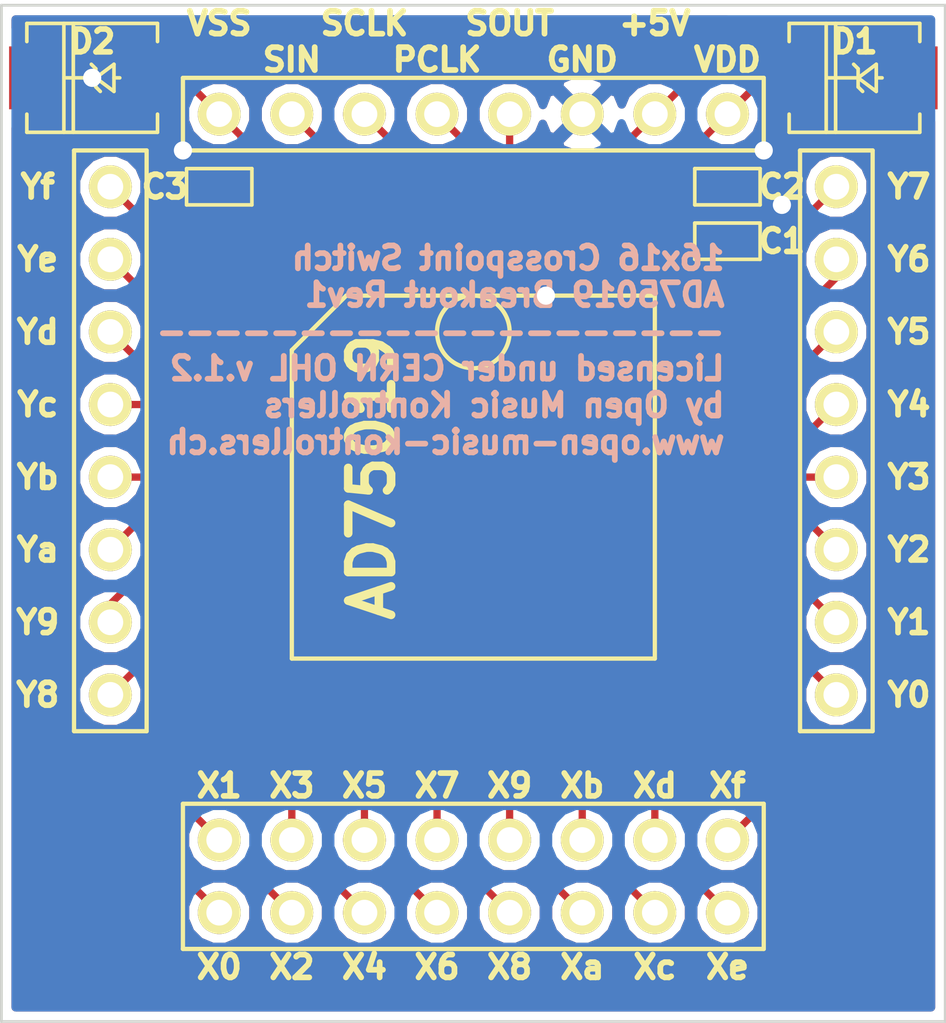
<source format=kicad_pcb>
(kicad_pcb (version 3) (host pcbnew "(2013-may-18)-stable")

  (general
    (links 51)
    (no_connects 0)
    (area 11.669466 11.62685 46.750534 48.310001)
    (thickness 1.6)
    (drawings 45)
    (tracks 126)
    (zones 0)
    (modules 10)
    (nets 41)
  )

  (page A3)
  (layers
    (15 F.Cu signal)
    (0 B.Cu signal)
    (16 B.Adhes user)
    (17 F.Adhes user)
    (18 B.Paste user)
    (19 F.Paste user)
    (20 B.SilkS user)
    (21 F.SilkS user)
    (22 B.Mask user)
    (23 F.Mask user)
    (24 Dwgs.User user)
    (25 Cmts.User user)
    (26 Eco1.User user)
    (27 Eco2.User user)
    (28 Edge.Cuts user)
  )

  (setup
    (last_trace_width 0.254)
    (trace_clearance 0.254)
    (zone_clearance 0.3)
    (zone_45_only no)
    (trace_min 0.254)
    (segment_width 0.2)
    (edge_width 0.1)
    (via_size 0.889)
    (via_drill 0.635)
    (via_min_size 0.889)
    (via_min_drill 0.508)
    (uvia_size 0.508)
    (uvia_drill 0.127)
    (uvias_allowed no)
    (uvia_min_size 0.508)
    (uvia_min_drill 0.127)
    (pcb_text_width 0.3)
    (pcb_text_size 1.5 1.5)
    (mod_edge_width 0.15)
    (mod_text_size 1 1)
    (mod_text_width 0.15)
    (pad_size 1.5 1.5)
    (pad_drill 0.9)
    (pad_to_mask_clearance 0)
    (aux_axis_origin 0 0)
    (visible_elements FFFFFFBF)
    (pcbplotparams
      (layerselection 284196865)
      (usegerberextensions true)
      (excludeedgelayer true)
      (linewidth 0.150000)
      (plotframeref false)
      (viasonmask false)
      (mode 1)
      (useauxorigin false)
      (hpglpennumber 1)
      (hpglpenspeed 20)
      (hpglpendiameter 15)
      (hpglpenoverlay 2)
      (psnegative false)
      (psa4output false)
      (plotreference true)
      (plotvalue true)
      (plotothertext true)
      (plotinvisibletext false)
      (padsonsilk false)
      (subtractmaskfromsilk false)
      (outputformat 1)
      (mirror false)
      (drillshape 0)
      (scaleselection 1)
      (outputdirectory ../gerber/AD75019_breakout/rev1/))
  )

  (net 0 "")
  (net 1 +12V)
  (net 2 +5V)
  (net 3 -12V)
  (net 4 GND)
  (net 5 N-000001)
  (net 6 N-0000010)
  (net 7 N-0000011)
  (net 8 N-0000012)
  (net 9 N-0000013)
  (net 10 N-0000014)
  (net 11 N-0000015)
  (net 12 N-0000016)
  (net 13 N-000002)
  (net 14 N-0000021)
  (net 15 N-0000022)
  (net 16 N-0000023)
  (net 17 N-0000024)
  (net 18 N-0000025)
  (net 19 N-0000026)
  (net 20 N-0000027)
  (net 21 N-0000028)
  (net 22 N-0000029)
  (net 23 N-000003)
  (net 24 N-0000030)
  (net 25 N-0000031)
  (net 26 N-0000032)
  (net 27 N-0000033)
  (net 28 N-0000034)
  (net 29 N-0000035)
  (net 30 N-0000036)
  (net 31 N-0000037)
  (net 32 N-0000038)
  (net 33 N-0000039)
  (net 34 N-000004)
  (net 35 N-0000040)
  (net 36 N-000005)
  (net 37 N-000006)
  (net 38 N-000007)
  (net 39 N-000008)
  (net 40 N-000009)

  (net_class Default "Dies ist die voreingestellte Netzklasse."
    (clearance 0.254)
    (trace_width 0.254)
    (via_dia 0.889)
    (via_drill 0.635)
    (uvia_dia 0.508)
    (uvia_drill 0.127)
    (add_net "")
    (add_net +12V)
    (add_net +5V)
    (add_net -12V)
    (add_net GND)
    (add_net N-000001)
    (add_net N-0000010)
    (add_net N-0000011)
    (add_net N-0000012)
    (add_net N-0000013)
    (add_net N-0000014)
    (add_net N-0000015)
    (add_net N-0000016)
    (add_net N-000002)
    (add_net N-0000021)
    (add_net N-0000022)
    (add_net N-0000023)
    (add_net N-0000024)
    (add_net N-0000025)
    (add_net N-0000026)
    (add_net N-0000027)
    (add_net N-0000028)
    (add_net N-0000029)
    (add_net N-000003)
    (add_net N-0000030)
    (add_net N-0000031)
    (add_net N-0000032)
    (add_net N-0000033)
    (add_net N-0000034)
    (add_net N-0000035)
    (add_net N-0000036)
    (add_net N-0000037)
    (add_net N-0000038)
    (add_net N-0000039)
    (add_net N-000004)
    (add_net N-0000040)
    (add_net N-000005)
    (add_net N-000006)
    (add_net N-000007)
    (add_net N-000008)
    (add_net N-000009)
  )

  (module SIL-8x2 (layer F.Cu) (tedit 5291E944) (tstamp 52890D56)
    (at 29.21 44.45)
    (descr "Connecteur 8 pins")
    (tags "CONN DEV")
    (path /52890805)
    (fp_text reference P3 (at -6.35 -5.08) (layer F.SilkS) hide
      (effects (font (size 1.72974 1.08712) (thickness 0.27178)))
    )
    (fp_text value CONN_8X2 (at 5.08 -5.08) (layer F.SilkS) hide
      (effects (font (size 1.524 1.016) (thickness 0.254)))
    )
    (fp_line (start -10.16 1.27) (end 10.16 1.27) (layer F.SilkS) (width 0.15))
    (fp_line (start 10.16 1.27) (end 10.16 -3.81) (layer F.SilkS) (width 0.15))
    (fp_line (start 10.16 -3.81) (end -10.16 -3.81) (layer F.SilkS) (width 0.15))
    (fp_line (start -10.16 -3.81) (end -10.16 1.27) (layer F.SilkS) (width 0.15))
    (pad 1 thru_hole circle (at -8.89 0) (size 1.5 1.5) (drill 0.9)
      (layers *.Cu *.Mask F.SilkS)
      (net 13 N-000002)
    )
    (pad 2 thru_hole circle (at -8.89 -2.54) (size 1.5 1.5) (drill 0.9)
      (layers *.Cu *.Mask F.SilkS)
      (net 12 N-0000016)
    )
    (pad 3 thru_hole circle (at -6.35 0) (size 1.5 1.5) (drill 0.9)
      (layers *.Cu *.Mask F.SilkS)
      (net 11 N-0000015)
    )
    (pad 4 thru_hole circle (at -6.35 -2.54) (size 1.5 1.5) (drill 0.9)
      (layers *.Cu *.Mask F.SilkS)
      (net 23 N-000003)
    )
    (pad 5 thru_hole circle (at -3.81 0) (size 1.5 1.5) (drill 0.9)
      (layers *.Cu *.Mask F.SilkS)
      (net 34 N-000004)
    )
    (pad 6 thru_hole circle (at -3.81 -2.54) (size 1.5 1.5) (drill 0.9)
      (layers *.Cu *.Mask F.SilkS)
      (net 5 N-000001)
    )
    (pad 7 thru_hole circle (at -1.27 0) (size 1.5 1.5) (drill 0.9)
      (layers *.Cu *.Mask F.SilkS)
      (net 36 N-000005)
    )
    (pad 8 thru_hole circle (at -1.27 -2.54) (size 1.5 1.5) (drill 0.9)
      (layers *.Cu *.Mask F.SilkS)
      (net 37 N-000006)
    )
    (pad 9 thru_hole circle (at 1.27 0) (size 1.5 1.5) (drill 0.9)
      (layers *.Cu *.Mask F.SilkS)
      (net 10 N-0000014)
    )
    (pad 10 thru_hole circle (at 1.27 -2.54) (size 1.5 1.5) (drill 0.9)
      (layers *.Cu *.Mask F.SilkS)
      (net 40 N-000009)
    )
    (pad 11 thru_hole circle (at 3.81 0) (size 1.5 1.5) (drill 0.9)
      (layers *.Cu *.Mask F.SilkS)
      (net 8 N-0000012)
    )
    (pad 12 thru_hole circle (at 3.81 -2.54) (size 1.5 1.5) (drill 0.9)
      (layers *.Cu *.Mask F.SilkS)
      (net 7 N-0000011)
    )
    (pad 13 thru_hole circle (at 6.35 0) (size 1.5 1.5) (drill 0.9)
      (layers *.Cu *.Mask F.SilkS)
      (net 6 N-0000010)
    )
    (pad 14 thru_hole circle (at 6.35 -2.54) (size 1.5 1.5) (drill 0.9)
      (layers *.Cu *.Mask F.SilkS)
      (net 33 N-0000039)
    )
    (pad 15 thru_hole circle (at 8.89 0) (size 1.5 1.5) (drill 0.9)
      (layers *.Cu *.Mask F.SilkS)
      (net 35 N-0000040)
    )
    (pad 16 thru_hole circle (at 8.89 -2.54) (size 1.5 1.5) (drill 0.9)
      (layers *.Cu *.Mask F.SilkS)
      (net 32 N-0000038)
    )
  )

  (module PLCC44MS (layer F.Cu) (tedit 5291E5FE) (tstamp 52890DAD)
    (at 29.21 29.21 270)
    (descr "Support CMS Plcc 44 pins")
    (tags "CMS Plcc")
    (path /5289072A)
    (attr smd)
    (fp_text reference U1 (at 0 -3.80746 270) (layer F.SilkS) hide
      (effects (font (size 1.27 1.016) (thickness 0.2032)))
    )
    (fp_text value AD75019 (at 0 3.556 270) (layer F.SilkS)
      (effects (font (size 1.5 1.5) (thickness 0.3)))
    )
    (fp_circle (center -5.08 0) (end -6.35 0) (layer F.SilkS) (width 0.15))
    (fp_line (start -4.445 6.35) (end 6.35 6.35) (layer F.SilkS) (width 0.15))
    (fp_line (start 6.35 -6.35) (end 6.35 6.35) (layer F.SilkS) (width 0.15))
    (fp_line (start -6.35 -6.35) (end 6.35 -6.35) (layer F.SilkS) (width 0.15))
    (fp_line (start -4.445 6.35) (end -6.35 4.445) (layer F.SilkS) (width 0.15))
    (fp_line (start -6.35 4.445) (end -6.35 -6.35) (layer F.SilkS) (width 0.15))
    (pad 1 smd rect (at -8.255 0 270) (size 2.032 0.762)
      (layers F.Cu F.Paste F.Mask)
      (net 39 N-000008)
    )
    (pad 2 smd rect (at -8.255 1.27 270) (size 2.032 0.762)
      (layers F.Cu F.Paste F.Mask)
      (net 9 N-0000013)
    )
    (pad 3 smd rect (at -8.255 2.54 270) (size 2.032 0.762)
      (layers F.Cu F.Paste F.Mask)
      (net 15 N-0000022)
    )
    (pad 4 smd rect (at -8.255 3.81 270) (size 2.032 0.762)
      (layers F.Cu F.Paste F.Mask)
      (net 3 -12V)
    )
    (pad 5 smd rect (at -8.255 5.08 270) (size 2.032 0.762)
      (layers F.Cu F.Paste F.Mask)
    )
    (pad 6 smd rect (at -8.255 6.35 270) (size 2.032 0.762)
      (layers F.Cu F.Paste F.Mask)
    )
    (pad 7 smd rect (at -6.35 8.255 270) (size 0.762 2.032)
      (layers F.Cu F.Paste F.Mask)
      (net 24 N-0000030)
    )
    (pad 8 smd rect (at -5.08 8.255 270) (size 0.762 2.032)
      (layers F.Cu F.Paste F.Mask)
      (net 22 N-0000029)
    )
    (pad 9 smd rect (at -3.81 8.255 270) (size 0.762 2.032)
      (layers F.Cu F.Paste F.Mask)
      (net 21 N-0000028)
    )
    (pad 10 smd rect (at -2.54 8.255 270) (size 0.762 2.032)
      (layers F.Cu F.Paste F.Mask)
      (net 20 N-0000027)
    )
    (pad 11 smd rect (at -1.27 8.255 270) (size 0.762 2.032)
      (layers F.Cu F.Paste F.Mask)
      (net 19 N-0000026)
    )
    (pad 12 smd rect (at 0 8.255 270) (size 0.762 2.032)
      (layers F.Cu F.Paste F.Mask)
      (net 18 N-0000025)
    )
    (pad 13 smd rect (at 1.27 8.255 270) (size 0.762 2.032)
      (layers F.Cu F.Paste F.Mask)
      (net 17 N-0000024)
    )
    (pad 14 smd rect (at 2.54 8.255 270) (size 0.762 2.032)
      (layers F.Cu F.Paste F.Mask)
      (net 16 N-0000023)
    )
    (pad 15 smd rect (at 3.81 8.255 270) (size 0.762 2.032)
      (layers F.Cu F.Paste F.Mask)
      (net 13 N-000002)
    )
    (pad 16 smd rect (at 5.08 8.255 270) (size 0.762 2.032)
      (layers F.Cu F.Paste F.Mask)
      (net 12 N-0000016)
    )
    (pad 17 smd rect (at 6.35 8.255 270) (size 0.762 2.032)
      (layers F.Cu F.Paste F.Mask)
      (net 11 N-0000015)
    )
    (pad 18 smd rect (at 8.255 6.35 270) (size 2.032 0.762)
      (layers F.Cu F.Paste F.Mask)
      (net 23 N-000003)
    )
    (pad 19 smd rect (at 8.255 5.08 270) (size 2.032 0.762)
      (layers F.Cu F.Paste F.Mask)
      (net 34 N-000004)
    )
    (pad 20 smd rect (at 8.255 3.81 270) (size 2.032 0.762)
      (layers F.Cu F.Paste F.Mask)
      (net 5 N-000001)
    )
    (pad 21 smd rect (at 8.255 2.54 270) (size 2.032 0.762)
      (layers F.Cu F.Paste F.Mask)
      (net 36 N-000005)
    )
    (pad 22 smd rect (at 8.255 1.27 270) (size 2.032 0.762)
      (layers F.Cu F.Paste F.Mask)
      (net 37 N-000006)
    )
    (pad 23 smd rect (at 8.255 0 270) (size 2.032 0.762)
      (layers F.Cu F.Paste F.Mask)
      (net 10 N-0000014)
    )
    (pad 24 smd rect (at 8.255 -1.27 270) (size 2.032 0.762)
      (layers F.Cu F.Paste F.Mask)
      (net 40 N-000009)
    )
    (pad 25 smd rect (at 8.255 -2.54 270) (size 2.032 0.762)
      (layers F.Cu F.Paste F.Mask)
      (net 8 N-0000012)
    )
    (pad 26 smd rect (at 8.255 -3.81 270) (size 2.032 0.762)
      (layers F.Cu F.Paste F.Mask)
      (net 7 N-0000011)
    )
    (pad 27 smd rect (at 8.255 -5.08 270) (size 2.032 0.762)
      (layers F.Cu F.Paste F.Mask)
      (net 6 N-0000010)
    )
    (pad 28 smd rect (at 8.255 -6.35 270) (size 2.032 0.762)
      (layers F.Cu F.Paste F.Mask)
      (net 33 N-0000039)
    )
    (pad 29 smd rect (at 6.35 -8.255 270) (size 0.762 2.032)
      (layers F.Cu F.Paste F.Mask)
      (net 35 N-0000040)
    )
    (pad 30 smd rect (at 5.08 -8.255 270) (size 0.762 2.032)
      (layers F.Cu F.Paste F.Mask)
      (net 32 N-0000038)
    )
    (pad 31 smd rect (at 3.81 -8.255 270) (size 0.762 2.032)
      (layers F.Cu F.Paste F.Mask)
      (net 25 N-0000031)
    )
    (pad 32 smd rect (at 2.54 -8.255 270) (size 0.762 2.032)
      (layers F.Cu F.Paste F.Mask)
      (net 26 N-0000032)
    )
    (pad 33 smd rect (at 1.27 -8.255 270) (size 0.762 2.032)
      (layers F.Cu F.Paste F.Mask)
      (net 14 N-0000021)
    )
    (pad 34 smd rect (at 0 -8.255 270) (size 0.762 2.032)
      (layers F.Cu F.Paste F.Mask)
      (net 27 N-0000033)
    )
    (pad 35 smd rect (at -1.27 -8.255 270) (size 0.762 2.032)
      (layers F.Cu F.Paste F.Mask)
      (net 28 N-0000034)
    )
    (pad 36 smd rect (at -2.54 -8.255 270) (size 0.762 2.032)
      (layers F.Cu F.Paste F.Mask)
      (net 29 N-0000035)
    )
    (pad 37 smd rect (at -3.81 -8.255 270) (size 0.762 2.032)
      (layers F.Cu F.Paste F.Mask)
      (net 30 N-0000036)
    )
    (pad 38 smd rect (at -5.08 -8.255 270) (size 0.762 2.032)
      (layers F.Cu F.Paste F.Mask)
      (net 31 N-0000037)
    )
    (pad 39 smd rect (at -6.35 -8.255 270) (size 0.762 2.032)
      (layers F.Cu F.Paste F.Mask)
    )
    (pad 40 smd rect (at -8.255 -6.35 270) (size 2.032 0.762)
      (layers F.Cu F.Paste F.Mask)
      (net 2 +5V)
    )
    (pad 41 smd rect (at -8.255 -5.08 270) (size 2.032 0.762)
      (layers F.Cu F.Paste F.Mask)
      (net 1 +12V)
    )
    (pad 42 smd rect (at -8.255 -3.81 270) (size 2.032 0.762)
      (layers F.Cu F.Paste F.Mask)
      (net 2 +5V)
    )
    (pad 43 smd rect (at -8.255 -2.54 270) (size 2.032 0.762)
      (layers F.Cu F.Paste F.Mask)
      (net 4 GND)
    )
    (pad 44 smd rect (at -8.255 -1.27 270) (size 2.032 0.762)
      (layers F.Cu F.Paste F.Mask)
      (net 38 N-000007)
    )
  )

  (module SIL-8 (layer F.Cu) (tedit 528916E8) (tstamp 528913C7)
    (at 16.51 27.94 90)
    (descr "Connecteur 8 pins")
    (tags "CONN DEV")
    (path /52891C96)
    (fp_text reference P4 (at -6.35 -2.54 90) (layer F.SilkS) hide
      (effects (font (size 1.72974 1.08712) (thickness 0.27178)))
    )
    (fp_text value CONN_8 (at 5.08 -2.54 90) (layer F.SilkS) hide
      (effects (font (size 1.524 1.016) (thickness 0.254)))
    )
    (fp_line (start -10.16 -1.27) (end 10.16 -1.27) (layer F.SilkS) (width 0.15))
    (fp_line (start 10.16 -1.27) (end 10.16 1.27) (layer F.SilkS) (width 0.15))
    (fp_line (start 10.16 1.27) (end -10.16 1.27) (layer F.SilkS) (width 0.15))
    (fp_line (start -10.16 1.27) (end -10.16 -1.27) (layer F.SilkS) (width 0.15))
    (pad 1 thru_hole circle (at -8.89 0 90) (size 1.5 1.5) (drill 0.9)
      (layers *.Cu *.Mask F.SilkS)
      (net 16 N-0000023)
    )
    (pad 2 thru_hole circle (at -6.35 0 90) (size 1.5 1.5) (drill 0.9)
      (layers *.Cu *.Mask F.SilkS)
      (net 17 N-0000024)
    )
    (pad 3 thru_hole circle (at -3.81 0 90) (size 1.5 1.5) (drill 0.9)
      (layers *.Cu *.Mask F.SilkS)
      (net 18 N-0000025)
    )
    (pad 4 thru_hole circle (at -1.27 0 90) (size 1.5 1.5) (drill 0.9)
      (layers *.Cu *.Mask F.SilkS)
      (net 19 N-0000026)
    )
    (pad 5 thru_hole circle (at 1.27 0 90) (size 1.5 1.5) (drill 0.9)
      (layers *.Cu *.Mask F.SilkS)
      (net 20 N-0000027)
    )
    (pad 6 thru_hole circle (at 3.81 0 90) (size 1.5 1.5) (drill 0.9)
      (layers *.Cu *.Mask F.SilkS)
      (net 21 N-0000028)
    )
    (pad 7 thru_hole circle (at 6.35 0 90) (size 1.5 1.5) (drill 0.9)
      (layers *.Cu *.Mask F.SilkS)
      (net 22 N-0000029)
    )
    (pad 8 thru_hole circle (at 8.89 0 90) (size 1.5 1.5) (drill 0.9)
      (layers *.Cu *.Mask F.SilkS)
      (net 24 N-0000030)
    )
  )

  (module SIL-8 (layer F.Cu) (tedit 52891712) (tstamp 52890D67)
    (at 41.91 27.94 90)
    (descr "Connecteur 8 pins")
    (tags "CONN DEV")
    (path /52891CAF)
    (fp_text reference P2 (at -6.35 -2.54 90) (layer F.SilkS) hide
      (effects (font (size 1.72974 1.08712) (thickness 0.27178)))
    )
    (fp_text value CONN_8 (at 5.08 -2.54 90) (layer F.SilkS) hide
      (effects (font (size 1.524 1.016) (thickness 0.254)))
    )
    (fp_line (start -10.16 -1.27) (end 10.16 -1.27) (layer F.SilkS) (width 0.15))
    (fp_line (start 10.16 -1.27) (end 10.16 1.27) (layer F.SilkS) (width 0.15))
    (fp_line (start 10.16 1.27) (end -10.16 1.27) (layer F.SilkS) (width 0.15))
    (fp_line (start -10.16 1.27) (end -10.16 -1.27) (layer F.SilkS) (width 0.15))
    (pad 1 thru_hole circle (at -8.89 0 90) (size 1.5 1.5) (drill 0.9)
      (layers *.Cu *.Mask F.SilkS)
      (net 25 N-0000031)
    )
    (pad 2 thru_hole circle (at -6.35 0 90) (size 1.5 1.5) (drill 0.9)
      (layers *.Cu *.Mask F.SilkS)
      (net 26 N-0000032)
    )
    (pad 3 thru_hole circle (at -3.81 0 90) (size 1.5 1.5) (drill 0.9)
      (layers *.Cu *.Mask F.SilkS)
      (net 14 N-0000021)
    )
    (pad 4 thru_hole circle (at -1.27 0 90) (size 1.5 1.5) (drill 0.9)
      (layers *.Cu *.Mask F.SilkS)
      (net 27 N-0000033)
    )
    (pad 5 thru_hole circle (at 1.27 0 90) (size 1.5 1.5) (drill 0.9)
      (layers *.Cu *.Mask F.SilkS)
      (net 28 N-0000034)
    )
    (pad 6 thru_hole circle (at 3.81 0 90) (size 1.5 1.5) (drill 0.9)
      (layers *.Cu *.Mask F.SilkS)
      (net 29 N-0000035)
    )
    (pad 7 thru_hole circle (at 6.35 0 90) (size 1.5 1.5) (drill 0.9)
      (layers *.Cu *.Mask F.SilkS)
      (net 30 N-0000036)
    )
    (pad 8 thru_hole circle (at 8.89 0 90) (size 1.5 1.5) (drill 0.9)
      (layers *.Cu *.Mask F.SilkS)
      (net 31 N-0000037)
    )
  )

  (module SIL-8 (layer F.Cu) (tedit 52891723) (tstamp 52890D78)
    (at 29.21 16.51 180)
    (descr "Connecteur 8 pins")
    (tags "CONN DEV")
    (path /528914E2)
    (fp_text reference P1 (at -6.35 -2.54 180) (layer F.SilkS) hide
      (effects (font (size 1.72974 1.08712) (thickness 0.27178)))
    )
    (fp_text value CONN_8 (at 5.08 -2.54 180) (layer F.SilkS) hide
      (effects (font (size 1.524 1.016) (thickness 0.254)))
    )
    (fp_line (start -10.16 -1.27) (end 10.16 -1.27) (layer F.SilkS) (width 0.15))
    (fp_line (start 10.16 -1.27) (end 10.16 1.27) (layer F.SilkS) (width 0.15))
    (fp_line (start 10.16 1.27) (end -10.16 1.27) (layer F.SilkS) (width 0.15))
    (fp_line (start -10.16 1.27) (end -10.16 -1.27) (layer F.SilkS) (width 0.15))
    (pad 1 thru_hole circle (at -8.89 0 180) (size 1.5 1.5) (drill 0.9)
      (layers *.Cu *.Mask F.SilkS)
      (net 1 +12V)
    )
    (pad 2 thru_hole circle (at -6.35 0 180) (size 1.5 1.5) (drill 0.9)
      (layers *.Cu *.Mask F.SilkS)
      (net 2 +5V)
    )
    (pad 3 thru_hole circle (at -3.81 0 180) (size 1.5 1.5) (drill 0.9)
      (layers *.Cu *.Mask F.SilkS)
      (net 4 GND)
    )
    (pad 4 thru_hole circle (at -1.27 0 180) (size 1.5 1.5) (drill 0.9)
      (layers *.Cu *.Mask F.SilkS)
      (net 38 N-000007)
    )
    (pad 5 thru_hole circle (at 1.27 0 180) (size 1.5 1.5) (drill 0.9)
      (layers *.Cu *.Mask F.SilkS)
      (net 39 N-000008)
    )
    (pad 6 thru_hole circle (at 3.81 0 180) (size 1.5 1.5) (drill 0.9)
      (layers *.Cu *.Mask F.SilkS)
      (net 9 N-0000013)
    )
    (pad 7 thru_hole circle (at 6.35 0 180) (size 1.5 1.5) (drill 0.9)
      (layers *.Cu *.Mask F.SilkS)
      (net 15 N-0000022)
    )
    (pad 8 thru_hole circle (at 8.89 0 180) (size 1.5 1.5) (drill 0.9)
      (layers *.Cu *.Mask F.SilkS)
      (net 3 -12V)
    )
  )

  (module SM0603 (layer F.Cu) (tedit 5291DCF2) (tstamp 52892146)
    (at 38.1 20.955)
    (path /52892023)
    (attr smd)
    (fp_text reference C1 (at 1.905 0) (layer F.SilkS)
      (effects (font (size 0.8 0.8) (thickness 0.2)))
    )
    (fp_text value 0.1uF (at 0 0) (layer F.SilkS) hide
      (effects (font (size 0.508 0.4572) (thickness 0.1143)))
    )
    (fp_line (start -1.143 -0.635) (end 1.143 -0.635) (layer F.SilkS) (width 0.127))
    (fp_line (start 1.143 -0.635) (end 1.143 0.635) (layer F.SilkS) (width 0.127))
    (fp_line (start 1.143 0.635) (end -1.143 0.635) (layer F.SilkS) (width 0.127))
    (fp_line (start -1.143 0.635) (end -1.143 -0.635) (layer F.SilkS) (width 0.127))
    (pad 1 smd rect (at -0.762 0) (size 0.635 1.143)
      (layers F.Cu F.Paste F.Mask)
      (net 2 +5V)
    )
    (pad 2 smd rect (at 0.762 0) (size 0.635 1.143)
      (layers F.Cu F.Paste F.Mask)
      (net 4 GND)
    )
    (model smd\resistors\R0603.wrl
      (at (xyz 0 0 0.001))
      (scale (xyz 0.5 0.5 0.5))
      (rotate (xyz 0 0 0))
    )
  )

  (module SM0603 (layer F.Cu) (tedit 5291DCED) (tstamp 52892151)
    (at 38.1 19.05)
    (path /52892032)
    (attr smd)
    (fp_text reference C2 (at 1.905 0) (layer F.SilkS)
      (effects (font (size 0.8 0.8) (thickness 0.2)))
    )
    (fp_text value 0.1uF (at 0 0) (layer F.SilkS) hide
      (effects (font (size 0.508 0.4572) (thickness 0.1143)))
    )
    (fp_line (start -1.143 -0.635) (end 1.143 -0.635) (layer F.SilkS) (width 0.127))
    (fp_line (start 1.143 -0.635) (end 1.143 0.635) (layer F.SilkS) (width 0.127))
    (fp_line (start 1.143 0.635) (end -1.143 0.635) (layer F.SilkS) (width 0.127))
    (fp_line (start -1.143 0.635) (end -1.143 -0.635) (layer F.SilkS) (width 0.127))
    (pad 1 smd rect (at -0.762 0) (size 0.635 1.143)
      (layers F.Cu F.Paste F.Mask)
      (net 1 +12V)
    )
    (pad 2 smd rect (at 0.762 0) (size 0.635 1.143)
      (layers F.Cu F.Paste F.Mask)
      (net 4 GND)
    )
    (model smd\resistors\R0603.wrl
      (at (xyz 0 0 0.001))
      (scale (xyz 0.5 0.5 0.5))
      (rotate (xyz 0 0 0))
    )
  )

  (module SM0603 (layer F.Cu) (tedit 5291DCE6) (tstamp 5289215C)
    (at 20.32 19.05 180)
    (path /52892041)
    (attr smd)
    (fp_text reference C3 (at 1.905 0 180) (layer F.SilkS)
      (effects (font (size 0.8 0.8) (thickness 0.2)))
    )
    (fp_text value 0.1uF (at 0 0 180) (layer F.SilkS) hide
      (effects (font (size 0.508 0.4572) (thickness 0.1143)))
    )
    (fp_line (start -1.143 -0.635) (end 1.143 -0.635) (layer F.SilkS) (width 0.127))
    (fp_line (start 1.143 -0.635) (end 1.143 0.635) (layer F.SilkS) (width 0.127))
    (fp_line (start 1.143 0.635) (end -1.143 0.635) (layer F.SilkS) (width 0.127))
    (fp_line (start -1.143 0.635) (end -1.143 -0.635) (layer F.SilkS) (width 0.127))
    (pad 1 smd rect (at -0.762 0 180) (size 0.635 1.143)
      (layers F.Cu F.Paste F.Mask)
      (net 3 -12V)
    )
    (pad 2 smd rect (at 0.762 0 180) (size 0.635 1.143)
      (layers F.Cu F.Paste F.Mask)
      (net 4 GND)
    )
    (model smd\resistors\R0603.wrl
      (at (xyz 0 0 0.001))
      (scale (xyz 0.5 0.5 0.5))
      (rotate (xyz 0 0 0))
    )
  )

  (module "DO-214AA(SMB)" (layer F.Cu) (tedit 5291DE59) (tstamp 5289212B)
    (at 42.545 15.24 180)
    (descr "DO-214AA (SMB)  PACKAGE.")
    (tags "DO-214AA SMB")
    (path /528923B1)
    (attr smd)
    (fp_text reference D1 (at 0 1.27 180) (layer F.SilkS)
      (effects (font (size 0.8 0.8) (thickness 0.2)))
    )
    (fp_text value MBRS130 (at 0 2.79908 180) (layer F.SilkS) hide
      (effects (font (size 1.00076 1.00076) (thickness 0.11938)))
    )
    (fp_line (start -0.762 0) (end -0.9652 0) (layer F.SilkS) (width 0.127))
    (fp_line (start -2.286 -1.905) (end 2.286 -1.905) (layer F.SilkS) (width 0.127))
    (fp_line (start 2.286 -1.905) (end 2.286 -1.27) (layer F.SilkS) (width 0.127))
    (fp_line (start 0.6604 1.905) (end 0.6604 -1.905) (layer F.SilkS) (width 0.127))
    (fp_line (start 0.9906 1.905) (end 0.9906 -1.905) (layer F.SilkS) (width 0.127))
    (fp_line (start -2.286 1.27) (end -2.286 1.905) (layer F.SilkS) (width 0.127))
    (fp_line (start -2.286 1.905) (end 2.286 1.905) (layer F.SilkS) (width 0.127))
    (fp_line (start 2.286 1.905) (end 2.286 1.27) (layer F.SilkS) (width 0.127))
    (fp_line (start -2.286 -1.27) (end -2.286 -1.905) (layer F.SilkS) (width 0.127))
    (fp_line (start -0.127 0) (end -0.762 -0.47498) (layer F.SilkS) (width 0.127))
    (fp_line (start -0.762 -0.47498) (end -0.762 0) (layer F.SilkS) (width 0.127))
    (fp_line (start -0.762 0) (end -0.762 0.47498) (layer F.SilkS) (width 0.127))
    (fp_line (start -0.762 0.47498) (end -0.127 0) (layer F.SilkS) (width 0.127))
    (fp_line (start -0.127 0) (end -0.127 -0.3175) (layer F.SilkS) (width 0.127))
    (fp_line (start -0.127 -0.3175) (end -0.28448 -0.47498) (layer F.SilkS) (width 0.127))
    (fp_line (start -0.127 0) (end -0.127 0.3175) (layer F.SilkS) (width 0.127))
    (fp_line (start -0.127 0.3175) (end 0.03048 0.47498) (layer F.SilkS) (width 0.127))
    (fp_line (start -0.127 0) (end 0.98298 0) (layer F.SilkS) (width 0.127))
    (pad 1 smd rect (at -2.0066 0 180) (size 1.80086 2.19964)
      (layers F.Cu F.Paste F.Mask)
      (net 2 +5V)
    )
    (pad 2 smd rect (at 2.0066 0 180) (size 1.80086 2.19964)
      (layers F.Cu F.Paste F.Mask)
      (net 1 +12V)
    )
    (model smd/do214.wrl
      (at (xyz 0 0 0))
      (scale (xyz 1 1 1))
      (rotate (xyz 0 0 0))
    )
  )

  (module "DO-214AA(SMB)" (layer F.Cu) (tedit 5291DE52) (tstamp 5289213B)
    (at 15.875 15.24 180)
    (descr "DO-214AA (SMB)  PACKAGE.")
    (tags "DO-214AA SMB")
    (path /528923C0)
    (attr smd)
    (fp_text reference D2 (at 0 1.27 180) (layer F.SilkS)
      (effects (font (size 0.8 0.8) (thickness 0.2)))
    )
    (fp_text value MBRS130 (at 0 2.79908 180) (layer F.SilkS) hide
      (effects (font (size 1.00076 1.00076) (thickness 0.11938)))
    )
    (fp_line (start -0.762 0) (end -0.9652 0) (layer F.SilkS) (width 0.127))
    (fp_line (start -2.286 -1.905) (end 2.286 -1.905) (layer F.SilkS) (width 0.127))
    (fp_line (start 2.286 -1.905) (end 2.286 -1.27) (layer F.SilkS) (width 0.127))
    (fp_line (start 0.6604 1.905) (end 0.6604 -1.905) (layer F.SilkS) (width 0.127))
    (fp_line (start 0.9906 1.905) (end 0.9906 -1.905) (layer F.SilkS) (width 0.127))
    (fp_line (start -2.286 1.27) (end -2.286 1.905) (layer F.SilkS) (width 0.127))
    (fp_line (start -2.286 1.905) (end 2.286 1.905) (layer F.SilkS) (width 0.127))
    (fp_line (start 2.286 1.905) (end 2.286 1.27) (layer F.SilkS) (width 0.127))
    (fp_line (start -2.286 -1.27) (end -2.286 -1.905) (layer F.SilkS) (width 0.127))
    (fp_line (start -0.127 0) (end -0.762 -0.47498) (layer F.SilkS) (width 0.127))
    (fp_line (start -0.762 -0.47498) (end -0.762 0) (layer F.SilkS) (width 0.127))
    (fp_line (start -0.762 0) (end -0.762 0.47498) (layer F.SilkS) (width 0.127))
    (fp_line (start -0.762 0.47498) (end -0.127 0) (layer F.SilkS) (width 0.127))
    (fp_line (start -0.127 0) (end -0.127 -0.3175) (layer F.SilkS) (width 0.127))
    (fp_line (start -0.127 -0.3175) (end -0.28448 -0.47498) (layer F.SilkS) (width 0.127))
    (fp_line (start -0.127 0) (end -0.127 0.3175) (layer F.SilkS) (width 0.127))
    (fp_line (start -0.127 0.3175) (end 0.03048 0.47498) (layer F.SilkS) (width 0.127))
    (fp_line (start -0.127 0) (end 0.98298 0) (layer F.SilkS) (width 0.127))
    (pad 1 smd rect (at -2.0066 0 180) (size 1.80086 2.19964)
      (layers F.Cu F.Paste F.Mask)
      (net 3 -12V)
    )
    (pad 2 smd rect (at 2.0066 0 180) (size 1.80086 2.19964)
      (layers F.Cu F.Paste F.Mask)
      (net 4 GND)
    )
    (model smd/do214.wrl
      (at (xyz 0 0 0))
      (scale (xyz 1 1 1))
      (rotate (xyz 0 0 0))
    )
  )

  (gr_text "16x16 Crosspoint Switch\nAD75019 Breakout Rev1\n--------------------\nLicensed under CERN OHL v.1.2\nby Open Music Kontrollers\nwww.open-music-kontrollers.ch" (at 38.1 24.765) (layer B.SilkS)
    (effects (font (size 0.8 0.8) (thickness 0.2)) (justify left mirror))
  )
  (gr_text VDD (at 38.1 14.605) (layer F.SilkS)
    (effects (font (size 0.8 0.8) (thickness 0.2)))
  )
  (gr_text +5V (at 35.56 13.335) (layer F.SilkS)
    (effects (font (size 0.8 0.8) (thickness 0.2)))
  )
  (gr_text GND (at 33.02 14.605) (layer F.SilkS)
    (effects (font (size 0.8 0.8) (thickness 0.2)))
  )
  (gr_text SOUT (at 30.48 13.335) (layer F.SilkS)
    (effects (font (size 0.8 0.8) (thickness 0.2)))
  )
  (gr_text PCLK (at 27.94 14.605) (layer F.SilkS)
    (effects (font (size 0.8 0.8) (thickness 0.2)))
  )
  (gr_text SCLK (at 25.4 13.335) (layer F.SilkS)
    (effects (font (size 0.8 0.8) (thickness 0.2)))
  )
  (gr_text SIN (at 22.86 14.605) (layer F.SilkS)
    (effects (font (size 0.8 0.8) (thickness 0.2)))
  )
  (gr_text VSS (at 20.32 13.335) (layer F.SilkS)
    (effects (font (size 0.8 0.8) (thickness 0.2)))
  )
  (gr_text Y6 (at 44.45 21.59) (layer F.SilkS)
    (effects (font (size 0.8 0.8) (thickness 0.2)))
  )
  (gr_text Y5 (at 44.45 24.13) (layer F.SilkS)
    (effects (font (size 0.8 0.8) (thickness 0.2)))
  )
  (gr_text Y4 (at 44.45 26.67) (layer F.SilkS)
    (effects (font (size 0.8 0.8) (thickness 0.2)))
  )
  (gr_text Y3 (at 44.45 29.21) (layer F.SilkS)
    (effects (font (size 0.8 0.8) (thickness 0.2)))
  )
  (gr_text Y2 (at 44.45 31.75) (layer F.SilkS)
    (effects (font (size 0.8 0.8) (thickness 0.2)))
  )
  (gr_text Y1 (at 44.45 34.29) (layer F.SilkS)
    (effects (font (size 0.8 0.8) (thickness 0.2)))
  )
  (gr_text Ye (at 13.97 21.59) (layer F.SilkS)
    (effects (font (size 0.8 0.8) (thickness 0.2)))
  )
  (gr_text Yd (at 13.97 24.13) (layer F.SilkS)
    (effects (font (size 0.8 0.8) (thickness 0.2)))
  )
  (gr_text Yc (at 13.97 26.67) (layer F.SilkS)
    (effects (font (size 0.8 0.8) (thickness 0.2)))
  )
  (gr_text Yb (at 13.97 29.21) (layer F.SilkS)
    (effects (font (size 0.8 0.8) (thickness 0.2)))
  )
  (gr_text Ya (at 13.97 31.75) (layer F.SilkS)
    (effects (font (size 0.8 0.8) (thickness 0.2)))
  )
  (gr_text Y9 (at 13.97 34.29) (layer F.SilkS)
    (effects (font (size 0.8 0.8) (thickness 0.2)))
  )
  (gr_text Xd (at 35.56 40.005) (layer F.SilkS)
    (effects (font (size 0.8 0.8) (thickness 0.2)))
  )
  (gr_text Xb (at 33.02 40.005) (layer F.SilkS)
    (effects (font (size 0.8 0.8) (thickness 0.2)))
  )
  (gr_text X9 (at 30.48 40.005) (layer F.SilkS)
    (effects (font (size 0.8 0.8) (thickness 0.2)))
  )
  (gr_text X7 (at 27.94 40.005) (layer F.SilkS)
    (effects (font (size 0.8 0.8) (thickness 0.2)))
  )
  (gr_text X5 (at 25.4 40.005) (layer F.SilkS)
    (effects (font (size 0.8 0.8) (thickness 0.2)))
  )
  (gr_text X3 (at 22.86 40.005) (layer F.SilkS)
    (effects (font (size 0.8 0.8) (thickness 0.2)))
  )
  (gr_text Xc (at 35.56 46.355) (layer F.SilkS)
    (effects (font (size 0.8 0.8) (thickness 0.2)))
  )
  (gr_text Xa (at 33.02 46.355) (layer F.SilkS)
    (effects (font (size 0.8 0.8) (thickness 0.2)))
  )
  (gr_text X8 (at 30.48 46.355) (layer F.SilkS)
    (effects (font (size 0.8 0.8) (thickness 0.2)))
  )
  (gr_text X6 (at 27.94 46.355) (layer F.SilkS)
    (effects (font (size 0.8 0.8) (thickness 0.2)))
  )
  (gr_text X4 (at 25.4 46.355) (layer F.SilkS)
    (effects (font (size 0.8 0.8) (thickness 0.2)))
  )
  (gr_text X2 (at 22.86 46.355) (layer F.SilkS)
    (effects (font (size 0.8 0.8) (thickness 0.2)))
  )
  (gr_line (start 45.72 12.7) (end 12.7 12.7) (angle 90) (layer Edge.Cuts) (width 0.1))
  (gr_line (start 45.72 48.26) (end 45.72 12.7) (angle 90) (layer Edge.Cuts) (width 0.1))
  (gr_line (start 12.7 48.26) (end 45.72 48.26) (angle 90) (layer Edge.Cuts) (width 0.1))
  (gr_line (start 12.7 12.7) (end 12.7 48.26) (angle 90) (layer Edge.Cuts) (width 0.1))
  (gr_text Xf (at 38.1 40.005) (layer F.SilkS)
    (effects (font (size 0.8 0.8) (thickness 0.2)))
  )
  (gr_text Xe (at 38.1 46.355) (layer F.SilkS)
    (effects (font (size 0.8 0.8) (thickness 0.2)))
  )
  (gr_text X1 (at 20.32 40.005) (layer F.SilkS)
    (effects (font (size 0.8 0.8) (thickness 0.2)))
  )
  (gr_text X0 (at 20.32 46.355) (layer F.SilkS)
    (effects (font (size 0.8 0.8) (thickness 0.2)))
  )
  (gr_text Y7 (at 44.45 19.05) (layer F.SilkS)
    (effects (font (size 0.8 0.8) (thickness 0.2)))
  )
  (gr_text Y0 (at 44.45 36.83) (layer F.SilkS)
    (effects (font (size 0.8 0.8) (thickness 0.2)))
  )
  (gr_text Y8 (at 13.97 36.83) (layer F.SilkS)
    (effects (font (size 0.8 0.8) (thickness 0.2)))
  )
  (gr_text Yf (at 13.97 19.05) (layer F.SilkS)
    (effects (font (size 0.8 0.8) (thickness 0.2)))
  )

  (segment (start 40.5384 15.24) (end 39.37 15.24) (width 0.254) (layer F.Cu) (net 1))
  (segment (start 39.37 15.24) (end 38.1 16.51) (width 0.254) (layer F.Cu) (net 1) (tstamp 5291DA67))
  (segment (start 37.338 19.05) (end 37.338 17.272) (width 0.254) (layer F.Cu) (net 1))
  (segment (start 37.338 17.272) (end 38.1 16.51) (width 0.254) (layer F.Cu) (net 1) (tstamp 5291D1AF))
  (segment (start 34.925 19.05) (end 37.338 19.05) (width 0.254) (layer F.Cu) (net 1))
  (segment (start 34.29 20.955) (end 34.29 19.685) (width 0.254) (layer F.Cu) (net 1))
  (segment (start 34.29 19.685) (end 34.925 19.05) (width 0.254) (layer F.Cu) (net 1) (tstamp 52891354))
  (segment (start 44.5516 15.24) (end 44.45 15.24) (width 0.254) (layer F.Cu) (net 2))
  (segment (start 38.735 13.335) (end 35.56 16.51) (width 0.254) (layer F.Cu) (net 2) (tstamp 5291DA6D))
  (segment (start 42.545 13.335) (end 38.735 13.335) (width 0.254) (layer F.Cu) (net 2) (tstamp 5291DA6B))
  (segment (start 44.45 15.24) (end 42.545 13.335) (width 0.254) (layer F.Cu) (net 2) (tstamp 5291DA6A))
  (segment (start 37.338 20.955) (end 35.56 20.955) (width 0.254) (layer F.Cu) (net 2))
  (segment (start 33.02 20.955) (end 33.02 22.225) (width 0.254) (layer F.Cu) (net 2))
  (segment (start 35.56 22.225) (end 35.56 20.955) (width 0.254) (layer F.Cu) (net 2) (tstamp 5291D198))
  (segment (start 34.925 22.86) (end 35.56 22.225) (width 0.254) (layer F.Cu) (net 2) (tstamp 5291D197))
  (segment (start 33.655 22.86) (end 34.925 22.86) (width 0.254) (layer F.Cu) (net 2) (tstamp 5291D196))
  (segment (start 33.02 22.225) (end 33.655 22.86) (width 0.254) (layer F.Cu) (net 2) (tstamp 5291D195))
  (segment (start 33.02 20.955) (end 33.02 19.05) (width 0.254) (layer F.Cu) (net 2))
  (segment (start 33.02 19.05) (end 35.56 16.51) (width 0.254) (layer F.Cu) (net 2) (tstamp 52891351))
  (segment (start 17.8816 15.24) (end 19.05 15.24) (width 0.254) (layer F.Cu) (net 3))
  (segment (start 19.05 15.24) (end 20.32 16.51) (width 0.254) (layer F.Cu) (net 3) (tstamp 5291DA64))
  (segment (start 21.082 19.05) (end 21.082 17.272) (width 0.254) (layer F.Cu) (net 3))
  (segment (start 21.082 17.272) (end 20.32 16.51) (width 0.254) (layer F.Cu) (net 3) (tstamp 5291D1B4))
  (segment (start 22.86 19.05) (end 21.082 19.05) (width 0.254) (layer F.Cu) (net 3))
  (segment (start 25.4 20.955) (end 25.4 19.685) (width 0.254) (layer F.Cu) (net 3))
  (segment (start 24.765 19.05) (end 22.86 19.05) (width 0.254) (layer F.Cu) (net 3) (tstamp 5289133C))
  (segment (start 25.4 19.685) (end 24.765 19.05) (width 0.254) (layer F.Cu) (net 3) (tstamp 5289133B))
  (segment (start 38.862 20.955) (end 38.862 20.828) (width 0.254) (layer F.Cu) (net 4))
  (via (at 40.005 19.685) (size 0.889) (layers F.Cu B.Cu) (net 4))
  (segment (start 38.862 20.828) (end 40.005 19.685) (width 0.254) (layer F.Cu) (net 4) (tstamp 5291F7C0))
  (segment (start 38.862 19.05) (end 38.862 18.288) (width 0.254) (layer F.Cu) (net 4))
  (via (at 39.37 17.78) (size 0.889) (layers F.Cu B.Cu) (net 4))
  (segment (start 38.862 18.288) (end 39.37 17.78) (width 0.254) (layer F.Cu) (net 4) (tstamp 5291F7BC))
  (segment (start 19.558 19.05) (end 19.558 18.288) (width 0.254) (layer F.Cu) (net 4))
  (via (at 19.05 17.78) (size 0.889) (layers F.Cu B.Cu) (net 4))
  (segment (start 19.558 18.288) (end 19.05 17.78) (width 0.254) (layer F.Cu) (net 4) (tstamp 5291F7B8))
  (segment (start 31.75 20.955) (end 31.75 22.86) (width 0.254) (layer F.Cu) (net 4))
  (via (at 31.75 22.86) (size 0.889) (layers F.Cu B.Cu) (net 4))
  (segment (start 13.8684 15.24) (end 15.875 15.24) (width 0.254) (layer F.Cu) (net 4))
  (via (at 15.875 15.24) (size 0.889) (layers F.Cu B.Cu) (net 4))
  (segment (start 31.75 20.955) (end 31.75 17.78) (width 0.254) (layer F.Cu) (net 4))
  (segment (start 31.75 17.78) (end 33.02 16.51) (width 0.254) (layer F.Cu) (net 4) (tstamp 5289134E))
  (segment (start 25.4 37.465) (end 25.4 41.91) (width 0.254) (layer F.Cu) (net 5))
  (segment (start 34.29 37.465) (end 34.29 43.18) (width 0.254) (layer F.Cu) (net 6))
  (segment (start 34.29 43.18) (end 35.56 44.45) (width 0.254) (layer F.Cu) (net 6) (tstamp 52891307))
  (segment (start 33.02 37.465) (end 33.02 41.91) (width 0.254) (layer F.Cu) (net 7))
  (segment (start 31.75 37.465) (end 31.75 43.18) (width 0.254) (layer F.Cu) (net 8))
  (segment (start 31.75 43.18) (end 33.02 44.45) (width 0.254) (layer F.Cu) (net 8) (tstamp 5289130C))
  (segment (start 27.94 20.955) (end 27.94 19.05) (width 0.254) (layer F.Cu) (net 9))
  (segment (start 27.94 19.05) (end 25.4 16.51) (width 0.254) (layer F.Cu) (net 9) (tstamp 52891346))
  (segment (start 29.21 37.465) (end 29.21 43.18) (width 0.254) (layer F.Cu) (net 10))
  (segment (start 29.21 43.18) (end 30.48 44.45) (width 0.254) (layer F.Cu) (net 10) (tstamp 52891311))
  (segment (start 20.955 35.56) (end 20.955 40.005) (width 0.254) (layer F.Cu) (net 11))
  (segment (start 21.59 43.18) (end 22.86 44.45) (width 0.254) (layer F.Cu) (net 11) (tstamp 52891322))
  (segment (start 21.59 40.64) (end 21.59 43.18) (width 0.254) (layer F.Cu) (net 11) (tstamp 52891321))
  (segment (start 20.955 40.005) (end 21.59 40.64) (width 0.254) (layer F.Cu) (net 11) (tstamp 52891320))
  (segment (start 20.955 34.29) (end 19.685 34.29) (width 0.254) (layer F.Cu) (net 12))
  (segment (start 19.05 40.64) (end 20.32 41.91) (width 0.254) (layer F.Cu) (net 12) (tstamp 52891327))
  (segment (start 19.05 34.925) (end 19.05 40.64) (width 0.254) (layer F.Cu) (net 12) (tstamp 52891326))
  (segment (start 19.685 34.29) (end 19.05 34.925) (width 0.254) (layer F.Cu) (net 12) (tstamp 52891325))
  (segment (start 20.955 33.02) (end 19.685 33.02) (width 0.254) (layer F.Cu) (net 13))
  (segment (start 18.415 42.545) (end 20.32 44.45) (width 0.254) (layer F.Cu) (net 13) (tstamp 5289132E))
  (segment (start 18.415 34.29) (end 18.415 42.545) (width 0.254) (layer F.Cu) (net 13) (tstamp 5289132C))
  (segment (start 19.685 33.02) (end 18.415 34.29) (width 0.254) (layer F.Cu) (net 13) (tstamp 5289132A))
  (segment (start 37.465 30.48) (end 40.64 30.48) (width 0.254) (layer F.Cu) (net 14))
  (segment (start 40.64 30.48) (end 41.91 31.75) (width 0.254) (layer F.Cu) (net 14) (tstamp 5289147F))
  (segment (start 26.67 20.955) (end 26.67 19.685) (width 0.254) (layer F.Cu) (net 15))
  (segment (start 24.765 18.415) (end 22.86 16.51) (width 0.254) (layer F.Cu) (net 15) (tstamp 52891344))
  (segment (start 25.4 18.415) (end 24.765 18.415) (width 0.254) (layer F.Cu) (net 15) (tstamp 52891342))
  (segment (start 26.67 19.685) (end 25.4 18.415) (width 0.254) (layer F.Cu) (net 15) (tstamp 52891340))
  (segment (start 16.51 36.83) (end 17.78 35.56) (width 0.254) (layer F.Cu) (net 16))
  (segment (start 19.685 31.75) (end 20.955 31.75) (width 0.254) (layer F.Cu) (net 16) (tstamp 52891497))
  (segment (start 17.78 33.655) (end 19.685 31.75) (width 0.254) (layer F.Cu) (net 16) (tstamp 52891496))
  (segment (start 17.78 35.56) (end 17.78 33.655) (width 0.254) (layer F.Cu) (net 16) (tstamp 52891495))
  (segment (start 16.51 34.29) (end 16.51 33.655) (width 0.254) (layer F.Cu) (net 17))
  (segment (start 19.685 30.48) (end 20.955 30.48) (width 0.254) (layer F.Cu) (net 17) (tstamp 5289149B))
  (segment (start 16.51 33.655) (end 19.685 30.48) (width 0.254) (layer F.Cu) (net 17) (tstamp 5289149A))
  (segment (start 16.51 31.75) (end 19.05 29.21) (width 0.254) (layer F.Cu) (net 18))
  (segment (start 19.05 29.21) (end 20.955 29.21) (width 0.254) (layer F.Cu) (net 18) (tstamp 5289149E))
  (segment (start 16.51 29.21) (end 17.78 29.21) (width 0.254) (layer F.Cu) (net 19))
  (segment (start 19.05 27.94) (end 20.955 27.94) (width 0.254) (layer F.Cu) (net 19) (tstamp 528914A3))
  (segment (start 17.78 29.21) (end 19.05 27.94) (width 0.254) (layer F.Cu) (net 19) (tstamp 528914A1))
  (segment (start 16.51 26.67) (end 20.955 26.67) (width 0.254) (layer F.Cu) (net 20))
  (segment (start 20.955 25.4) (end 17.78 25.4) (width 0.254) (layer F.Cu) (net 21))
  (segment (start 17.78 25.4) (end 16.51 24.13) (width 0.254) (layer F.Cu) (net 21) (tstamp 528914A8))
  (segment (start 20.955 24.13) (end 19.05 24.13) (width 0.254) (layer F.Cu) (net 22))
  (segment (start 19.05 24.13) (end 16.51 21.59) (width 0.254) (layer F.Cu) (net 22) (tstamp 528914AB))
  (segment (start 22.86 37.465) (end 22.86 41.91) (width 0.254) (layer F.Cu) (net 23))
  (segment (start 20.955 22.86) (end 20.32 22.86) (width 0.254) (layer F.Cu) (net 24))
  (segment (start 20.32 22.86) (end 16.51 19.05) (width 0.254) (layer F.Cu) (net 24) (tstamp 528914AE))
  (segment (start 37.465 33.02) (end 38.735 33.02) (width 0.254) (layer F.Cu) (net 25))
  (segment (start 40.005 34.925) (end 41.91 36.83) (width 0.254) (layer F.Cu) (net 25) (tstamp 5289147A))
  (segment (start 40.005 34.29) (end 40.005 34.925) (width 0.254) (layer F.Cu) (net 25) (tstamp 52891478))
  (segment (start 38.735 33.02) (end 40.005 34.29) (width 0.254) (layer F.Cu) (net 25) (tstamp 52891476))
  (segment (start 37.465 31.75) (end 39.37 31.75) (width 0.254) (layer F.Cu) (net 26))
  (segment (start 39.37 31.75) (end 41.91 34.29) (width 0.254) (layer F.Cu) (net 26) (tstamp 5289147C))
  (segment (start 37.465 29.21) (end 41.91 29.21) (width 0.254) (layer F.Cu) (net 27))
  (segment (start 37.465 27.94) (end 40.64 27.94) (width 0.254) (layer F.Cu) (net 28))
  (segment (start 40.64 27.94) (end 41.91 26.67) (width 0.254) (layer F.Cu) (net 28) (tstamp 52891484))
  (segment (start 37.465 26.67) (end 39.37 26.67) (width 0.254) (layer F.Cu) (net 29))
  (segment (start 39.37 26.67) (end 41.91 24.13) (width 0.254) (layer F.Cu) (net 29) (tstamp 52891487))
  (segment (start 37.465 25.4) (end 38.735 25.4) (width 0.254) (layer F.Cu) (net 30))
  (segment (start 41.91 22.225) (end 41.91 21.59) (width 0.254) (layer F.Cu) (net 30) (tstamp 5289148C))
  (segment (start 38.735 25.4) (end 41.91 22.225) (width 0.254) (layer F.Cu) (net 30) (tstamp 5289148A))
  (segment (start 37.465 24.13) (end 38.735 24.13) (width 0.254) (layer F.Cu) (net 31))
  (segment (start 40.005 20.955) (end 41.91 19.05) (width 0.254) (layer F.Cu) (net 31) (tstamp 52891492))
  (segment (start 40.005 22.86) (end 40.005 20.955) (width 0.254) (layer F.Cu) (net 31) (tstamp 52891490))
  (segment (start 38.735 24.13) (end 40.005 22.86) (width 0.254) (layer F.Cu) (net 31) (tstamp 5289148E))
  (segment (start 37.465 34.29) (end 38.735 34.29) (width 0.254) (layer F.Cu) (net 32))
  (segment (start 39.37 40.64) (end 38.1 41.91) (width 0.254) (layer F.Cu) (net 32) (tstamp 52891338))
  (segment (start 39.37 34.925) (end 39.37 40.64) (width 0.254) (layer F.Cu) (net 32) (tstamp 52891337))
  (segment (start 38.735 34.29) (end 39.37 34.925) (width 0.254) (layer F.Cu) (net 32) (tstamp 52891336))
  (segment (start 35.56 37.465) (end 35.56 41.91) (width 0.254) (layer F.Cu) (net 33))
  (segment (start 24.13 37.465) (end 24.13 43.18) (width 0.254) (layer F.Cu) (net 34))
  (segment (start 24.13 43.18) (end 25.4 44.45) (width 0.254) (layer F.Cu) (net 34) (tstamp 5289131B))
  (segment (start 37.465 35.56) (end 37.465 40.005) (width 0.254) (layer F.Cu) (net 35))
  (segment (start 36.83 43.18) (end 38.1 44.45) (width 0.254) (layer F.Cu) (net 35) (tstamp 52891333))
  (segment (start 36.83 40.64) (end 36.83 43.18) (width 0.254) (layer F.Cu) (net 35) (tstamp 52891332))
  (segment (start 37.465 40.005) (end 36.83 40.64) (width 0.254) (layer F.Cu) (net 35) (tstamp 52891331))
  (segment (start 26.67 37.465) (end 26.67 43.18) (width 0.254) (layer F.Cu) (net 36))
  (segment (start 26.67 43.18) (end 27.94 44.45) (width 0.254) (layer F.Cu) (net 36) (tstamp 52891316))
  (segment (start 27.94 37.465) (end 27.94 41.91) (width 0.254) (layer F.Cu) (net 37))
  (segment (start 30.48 20.955) (end 30.48 16.51) (width 0.254) (layer F.Cu) (net 38))
  (segment (start 29.21 20.955) (end 29.21 17.78) (width 0.254) (layer F.Cu) (net 39))
  (segment (start 29.21 17.78) (end 27.94 16.51) (width 0.254) (layer F.Cu) (net 39) (tstamp 52891349))
  (segment (start 30.48 37.465) (end 30.48 41.91) (width 0.254) (layer F.Cu) (net 40))

  (zone (net 4) (net_name GND) (layer F.Cu) (tstamp 5291DA70) (hatch edge 0.508)
    (connect_pads (clearance 0.3))
    (min_thickness 0.3)
    (fill (arc_segments 16) (thermal_gap 0.5) (thermal_bridge_width 0.5))
    (polygon
      (pts
        (xy 45.72 48.26) (xy 12.7 48.26) (xy 12.7 12.7) (xy 45.72 12.7)
      )
    )
    (filled_polygon
      (pts
        (xy 45.22 47.76) (xy 13.2 47.76) (xy 13.2 16.989879) (xy 13.6059 16.98982) (xy 13.7684 16.82732)
        (xy 13.7684 15.34) (xy 13.7484 15.34) (xy 13.7484 15.14) (xy 13.7684 15.14) (xy 13.7684 13.65268)
        (xy 13.6059 13.49018) (xy 13.2 13.49012) (xy 13.2 13.2) (xy 38.053998 13.2) (xy 35.901524 15.352473)
        (xy 35.799742 15.310209) (xy 35.322353 15.309793) (xy 34.881143 15.492097) (xy 34.543283 15.829367) (xy 34.402465 16.168492)
        (xy 34.230753 15.753943) (xy 33.98235 15.689072) (xy 33.840928 15.830493) (xy 33.840928 15.54765) (xy 33.776057 15.299247)
        (xy 33.25517 15.102079) (xy 32.698481 15.119255) (xy 32.263943 15.299247) (xy 32.199072 15.54765) (xy 33.02 16.368579)
        (xy 33.840928 15.54765) (xy 33.840928 15.830493) (xy 33.161421 16.51) (xy 33.175563 16.524142) (xy 33.034142 16.665563)
        (xy 33.02 16.651421) (xy 32.199072 17.47235) (xy 32.263943 17.720753) (xy 32.78483 17.917921) (xy 33.341519 17.900745)
        (xy 33.36155 17.892447) (xy 32.611999 18.641999) (xy 32.486922 18.829192) (xy 32.442999 19.05) (xy 32.443 19.050005)
        (xy 32.443 19.364744) (xy 32.26086 19.289114) (xy 32.002274 19.288888) (xy 32.0125 19.289) (xy 31.85 19.4515)
        (xy 31.85 20.855) (xy 31.87 20.855) (xy 31.87 21.055) (xy 31.85 21.055) (xy 31.85 22.4585)
        (xy 32.0125 22.621) (xy 32.002274 22.621112) (xy 32.26086 22.620886) (xy 32.499676 22.521722) (xy 32.522421 22.498936)
        (xy 32.611999 22.633001) (xy 33.246996 23.267997) (xy 33.246999 23.268001) (xy 33.434191 23.393077) (xy 33.434192 23.393078)
        (xy 33.655 23.437) (xy 34.924994 23.437) (xy 34.925 23.437001) (xy 34.925 23.437) (xy 35.145808 23.393078)
        (xy 35.333001 23.268001) (xy 35.967997 22.633003) (xy 35.968 22.633001) (xy 35.968001 22.633001) (xy 35.998922 22.586723)
        (xy 35.998922 23.330118) (xy 36.067133 23.495202) (xy 35.999078 23.659097) (xy 35.998922 23.838118) (xy 35.998922 24.600118)
        (xy 36.067133 24.765202) (xy 35.999078 24.929097) (xy 35.998922 25.108118) (xy 35.998922 25.870118) (xy 36.067133 26.035202)
        (xy 35.999078 26.199097) (xy 35.998922 26.378118) (xy 35.998922 27.140118) (xy 36.067133 27.305202) (xy 35.999078 27.469097)
        (xy 35.998922 27.648118) (xy 35.998922 28.410118) (xy 36.067133 28.575202) (xy 35.999078 28.739097) (xy 35.998922 28.918118)
        (xy 35.998922 29.680118) (xy 36.067133 29.845202) (xy 35.999078 30.009097) (xy 35.998922 30.188118) (xy 35.998922 30.950118)
        (xy 36.067133 31.115202) (xy 35.999078 31.279097) (xy 35.998922 31.458118) (xy 35.998922 32.220118) (xy 36.067133 32.385202)
        (xy 35.999078 32.549097) (xy 35.998922 32.728118) (xy 35.998922 33.490118) (xy 36.067133 33.655202) (xy 35.999078 33.819097)
        (xy 35.998922 33.998118) (xy 35.998922 34.760118) (xy 36.067133 34.925202) (xy 35.999078 35.089097) (xy 35.998922 35.268118)
        (xy 35.998922 35.99905) (xy 35.851882 35.998922) (xy 35.089882 35.998922) (xy 34.924797 36.067133) (xy 34.760903 35.999078)
        (xy 34.581882 35.998922) (xy 33.819882 35.998922) (xy 33.654797 36.067133) (xy 33.490903 35.999078) (xy 33.311882 35.998922)
        (xy 32.549882 35.998922) (xy 32.384797 36.067133) (xy 32.220903 35.999078) (xy 32.041882 35.998922) (xy 31.279882 35.998922)
        (xy 31.114797 36.067133) (xy 30.950903 35.999078) (xy 30.771882 35.998922) (xy 30.009882 35.998922) (xy 29.844797 36.067133)
        (xy 29.680903 35.999078) (xy 29.501882 35.998922) (xy 28.739882 35.998922) (xy 28.574797 36.067133) (xy 28.410903 35.999078)
        (xy 28.231882 35.998922) (xy 27.469882 35.998922) (xy 27.304797 36.067133) (xy 27.140903 35.999078) (xy 26.961882 35.998922)
        (xy 26.199882 35.998922) (xy 26.034797 36.067133) (xy 25.870903 35.999078) (xy 25.691882 35.998922) (xy 24.929882 35.998922)
        (xy 24.764797 36.067133) (xy 24.600903 35.999078) (xy 24.421882 35.998922) (xy 23.659882 35.998922) (xy 23.494797 36.067133)
        (xy 23.330903 35.999078) (xy 23.151882 35.998922) (xy 22.420949 35.998922) (xy 22.421078 35.851882) (xy 22.421078 35.089882)
        (xy 22.352866 34.924797) (xy 22.420922 34.760903) (xy 22.421078 34.581882) (xy 22.421078 33.819882) (xy 22.352866 33.654797)
        (xy 22.420922 33.490903) (xy 22.421078 33.311882) (xy 22.421078 32.549882) (xy 22.352866 32.384797) (xy 22.420922 32.220903)
        (xy 22.421078 32.041882) (xy 22.421078 31.279882) (xy 22.352866 31.114797) (xy 22.420922 30.950903) (xy 22.421078 30.771882)
        (xy 22.421078 30.009882) (xy 22.352866 29.844797) (xy 22.420922 29.680903) (xy 22.421078 29.501882) (xy 22.421078 28.739882)
        (xy 22.352866 28.574797) (xy 22.420922 28.410903) (xy 22.421078 28.231882) (xy 22.421078 27.469882) (xy 22.352866 27.304797)
        (xy 22.420922 27.140903) (xy 22.421078 26.961882) (xy 22.421078 26.199882) (xy 22.352866 26.034797) (xy 22.420922 25.870903)
        (xy 22.421078 25.691882) (xy 22.421078 24.929882) (xy 22.352866 24.764797) (xy 22.420922 24.600903) (xy 22.421078 24.421882)
        (xy 22.421078 23.659882) (xy 22.352866 23.494797) (xy 22.420922 23.330903) (xy 22.421078 23.151882) (xy 22.421078 22.420949)
        (xy 22.568118 22.421078) (xy 23.330118 22.421078) (xy 23.495202 22.352866) (xy 23.659097 22.420922) (xy 23.838118 22.421078)
        (xy 24.600118 22.421078) (xy 24.765202 22.352866) (xy 24.929097 22.420922) (xy 25.108118 22.421078) (xy 25.870118 22.421078)
        (xy 26.035202 22.352866) (xy 26.199097 22.420922) (xy 26.378118 22.421078) (xy 27.140118 22.421078) (xy 27.305202 22.352866)
        (xy 27.469097 22.420922) (xy 27.648118 22.421078) (xy 28.410118 22.421078) (xy 28.575202 22.352866) (xy 28.739097 22.420922)
        (xy 28.918118 22.421078) (xy 29.680118 22.421078) (xy 29.845202 22.352866) (xy 30.009097 22.420922) (xy 30.188118 22.421078)
        (xy 30.899855 22.421078) (xy 31.000324 22.521722) (xy 31.23914 22.620886) (xy 31.497726 22.621112) (xy 31.4875 22.621)
        (xy 31.65 22.4585) (xy 31.65 21.055) (xy 31.63 21.055) (xy 31.63 20.855) (xy 31.65 20.855)
        (xy 31.65 19.4515) (xy 31.4875 19.289) (xy 31.497726 19.288888) (xy 31.23914 19.289114) (xy 31.057 19.364744)
        (xy 31.057 17.569989) (xy 31.158857 17.527903) (xy 31.496717 17.190633) (xy 31.637534 16.851507) (xy 31.809247 17.266057)
        (xy 32.05765 17.330928) (xy 32.878579 16.51) (xy 32.05765 15.689072) (xy 31.809247 15.753943) (xy 31.64514 16.187486)
        (xy 31.497903 15.831143) (xy 31.160633 15.493283) (xy 30.719742 15.310209) (xy 30.242353 15.309793) (xy 29.801143 15.492097)
        (xy 29.463283 15.829367) (xy 29.280209 16.270258) (xy 29.279793 16.747647) (xy 29.462097 17.188857) (xy 29.799367 17.526717)
        (xy 29.903 17.569749) (xy 29.903 19.533084) (xy 29.844797 19.557133) (xy 29.787 19.533133) (xy 29.787 17.78)
        (xy 29.743078 17.559192) (xy 29.618001 17.371999) (xy 29.617997 17.371996) (xy 29.097526 16.851525) (xy 29.139791 16.749742)
        (xy 29.140207 16.272353) (xy 28.957903 15.831143) (xy 28.620633 15.493283) (xy 28.179742 15.310209) (xy 27.702353 15.309793)
        (xy 27.261143 15.492097) (xy 26.923283 15.829367) (xy 26.740209 16.270258) (xy 26.739793 16.747647) (xy 26.922097 17.188857)
        (xy 27.259367 17.526717) (xy 27.700258 17.709791) (xy 28.177647 17.710207) (xy 28.281354 17.667355) (xy 28.633 18.019001)
        (xy 28.633 19.533084) (xy 28.574797 19.557133) (xy 28.517 19.533133) (xy 28.517 19.05) (xy 28.473078 18.829192)
        (xy 28.473078 18.829191) (xy 28.422979 18.754212) (xy 28.348001 18.641999) (xy 28.347997 18.641996) (xy 26.557526 16.851525)
        (xy 26.599791 16.749742) (xy 26.600207 16.272353) (xy 26.417903 15.831143) (xy 26.080633 15.493283) (xy 25.639742 15.310209)
        (xy 25.162353 15.309793) (xy 24.721143 15.492097) (xy 24.383283 15.829367) (xy 24.200209 16.270258) (xy 24.199793 16.747647)
        (xy 24.382097 17.188857) (xy 24.719367 17.526717) (xy 25.160258 17.709791) (xy 25.637647 17.710207) (xy 25.741354 17.667356)
        (xy 27.363 19.289001) (xy 27.363 19.533084) (xy 27.304797 19.557133) (xy 27.214071 19.51946) (xy 27.203078 19.464192)
        (xy 27.078001 19.276999) (xy 27.077997 19.276996) (xy 25.808001 18.006999) (xy 25.620808 17.881922) (xy 25.4 17.837999)
        (xy 25.399994 17.838) (xy 25.004001 17.838) (xy 24.017526 16.851525) (xy 24.059791 16.749742) (xy 24.060207 16.272353)
        (xy 23.877903 15.831143) (xy 23.540633 15.493283) (xy 23.099742 15.310209) (xy 22.622353 15.309793) (xy 22.181143 15.492097)
        (xy 21.843283 15.829367) (xy 21.660209 16.270258) (xy 21.659793 16.747647) (xy 21.842097 17.188857) (xy 22.179367 17.526717)
        (xy 22.620258 17.709791) (xy 23.097647 17.710207) (xy 23.201354 17.667356) (xy 24.006998 18.473) (xy 22.86 18.473)
        (xy 21.849578 18.473) (xy 21.849578 18.389382) (xy 21.781214 18.223928) (xy 21.659 18.101501) (xy 21.659 17.272)
        (xy 21.658999 17.271999) (xy 21.659 17.271999) (xy 21.650263 17.228077) (xy 21.615078 17.051192) (xy 21.615077 17.051191)
        (xy 21.490001 16.863999) (xy 21.489997 16.863996) (xy 21.477526 16.851525) (xy 21.519791 16.749742) (xy 21.520207 16.272353)
        (xy 21.337903 15.831143) (xy 21.000633 15.493283) (xy 20.559742 15.310209) (xy 20.082353 15.309793) (xy 19.978645 15.352643)
        (xy 19.458001 14.831999) (xy 19.270808 14.706922) (xy 19.232108 14.699223) (xy 19.232108 14.051062) (xy 19.163744 13.885608)
        (xy 19.037267 13.758911) (xy 18.871933 13.690258) (xy 18.692912 13.690102) (xy 16.892052 13.690102) (xy 16.726598 13.758466)
        (xy 16.599901 13.884943) (xy 16.531248 14.050277) (xy 16.531092 14.229298) (xy 16.531092 16.428938) (xy 16.599456 16.594392)
        (xy 16.725933 16.721089) (xy 16.891267 16.789742) (xy 17.070288 16.789898) (xy 18.871148 16.789898) (xy 19.036602 16.721534)
        (xy 19.119888 16.638392) (xy 19.119793 16.747647) (xy 19.302097 17.188857) (xy 19.639367 17.526717) (xy 20.080258 17.709791)
        (xy 20.505 17.710161) (xy 20.505 18.101705) (xy 20.446924 18.15968) (xy 20.426222 18.109824) (xy 20.243214 17.927136)
        (xy 20.004226 17.828388) (xy 19.8205 17.8285) (xy 19.658 17.991) (xy 19.658 18.95) (xy 19.678 18.95)
        (xy 19.678 19.15) (xy 19.658 19.15) (xy 19.658 20.109) (xy 19.8205 20.2715) (xy 20.004226 20.271612)
        (xy 20.243214 20.172864) (xy 20.426222 19.990176) (xy 20.446923 19.94032) (xy 20.509263 20.002769) (xy 20.674597 20.071422)
        (xy 20.853618 20.071578) (xy 21.488618 20.071578) (xy 21.654072 20.003214) (xy 21.780769 19.876737) (xy 21.849422 19.711403)
        (xy 21.849495 19.627) (xy 22.154592 19.627) (xy 22.097731 19.683763) (xy 22.029078 19.849097) (xy 22.028922 20.028118)
        (xy 22.028922 22.02905) (xy 21.881882 22.028922) (xy 20.304923 22.028922) (xy 19.458 21.181999) (xy 19.458 20.109)
        (xy 19.458 19.15) (xy 19.458 18.95) (xy 19.458 17.991) (xy 19.2955 17.8285) (xy 19.111774 17.828388)
        (xy 18.872786 17.927136) (xy 18.689778 18.109824) (xy 18.590614 18.34864) (xy 18.590388 18.607226) (xy 18.5905 18.7875)
        (xy 18.753 18.95) (xy 19.458 18.95) (xy 19.458 19.15) (xy 18.753 19.15) (xy 18.5905 19.3125)
        (xy 18.590388 19.492774) (xy 18.590614 19.75136) (xy 18.689778 19.990176) (xy 18.872786 20.172864) (xy 19.111774 20.271612)
        (xy 19.2955 20.2715) (xy 19.458 20.109) (xy 19.458 21.181999) (xy 17.667526 19.391525) (xy 17.709791 19.289742)
        (xy 17.710207 18.812353) (xy 17.527903 18.371143) (xy 17.190633 18.033283) (xy 16.749742 17.850209) (xy 16.272353 17.849793)
        (xy 15.831143 18.032097) (xy 15.493283 18.369367) (xy 15.418942 18.548399) (xy 15.418942 16.211094) (xy 15.418942 14.268906)
        (xy 15.418716 14.01032) (xy 15.319552 13.771504) (xy 15.136544 13.588816) (xy 14.897556 13.490068) (xy 14.1309 13.49018)
        (xy 13.9684 13.65268) (xy 13.9684 15.14) (xy 15.25633 15.14) (xy 15.41883 14.9775) (xy 15.418942 14.268906)
        (xy 15.418942 16.211094) (xy 15.41883 15.5025) (xy 15.25633 15.34) (xy 13.9684 15.34) (xy 13.9684 16.82732)
        (xy 14.1309 16.98982) (xy 14.897556 16.989932) (xy 15.136544 16.891184) (xy 15.319552 16.708496) (xy 15.418716 16.46968)
        (xy 15.418942 16.211094) (xy 15.418942 18.548399) (xy 15.310209 18.810258) (xy 15.309793 19.287647) (xy 15.492097 19.728857)
        (xy 15.829367 20.066717) (xy 16.270258 20.249791) (xy 16.747647 20.250207) (xy 16.851354 20.207356) (xy 19.488922 22.844923)
        (xy 19.488922 23.330118) (xy 19.557133 23.495202) (xy 19.533133 23.553) (xy 19.289001 23.553) (xy 17.667526 21.931525)
        (xy 17.709791 21.829742) (xy 17.710207 21.352353) (xy 17.527903 20.911143) (xy 17.190633 20.573283) (xy 16.749742 20.390209)
        (xy 16.272353 20.389793) (xy 15.831143 20.572097) (xy 15.493283 20.909367) (xy 15.310209 21.350258) (xy 15.309793 21.827647)
        (xy 15.492097 22.268857) (xy 15.829367 22.606717) (xy 16.270258 22.789791) (xy 16.747647 22.790207) (xy 16.851354 22.747356)
        (xy 18.641996 24.537997) (xy 18.641999 24.538001) (xy 18.754212 24.612979) (xy 18.829191 24.663078) (xy 18.829192 24.663078)
        (xy 19.05 24.707) (xy 19.533084 24.707) (xy 19.557133 24.765202) (xy 19.533133 24.823) (xy 18.019001 24.823)
        (xy 17.667526 24.471525) (xy 17.709791 24.369742) (xy 17.710207 23.892353) (xy 17.527903 23.451143) (xy 17.190633 23.113283)
        (xy 16.749742 22.930209) (xy 16.272353 22.929793) (xy 15.831143 23.112097) (xy 15.493283 23.449367) (xy 15.310209 23.890258)
        (xy 15.309793 24.367647) (xy 15.492097 24.808857) (xy 15.829367 25.146717) (xy 16.270258 25.329791) (xy 16.747647 25.330207)
        (xy 16.851354 25.287355) (xy 17.371996 25.807997) (xy 17.371999 25.808001) (xy 17.559192 25.933078) (xy 17.78 25.977)
        (xy 19.533084 25.977) (xy 19.557133 26.035202) (xy 19.533133 26.093) (xy 17.569989 26.093) (xy 17.527903 25.991143)
        (xy 17.190633 25.653283) (xy 16.749742 25.470209) (xy 16.272353 25.469793) (xy 15.831143 25.652097) (xy 15.493283 25.989367)
        (xy 15.310209 26.430258) (xy 15.309793 26.907647) (xy 15.492097 27.348857) (xy 15.829367 27.686717) (xy 16.270258 27.869791)
        (xy 16.747647 27.870207) (xy 17.188857 27.687903) (xy 17.526717 27.350633) (xy 17.569749 27.247) (xy 19.533084 27.247)
        (xy 19.557133 27.305202) (xy 19.533133 27.363) (xy 19.05 27.363) (xy 18.829192 27.406922) (xy 18.641999 27.531999)
        (xy 18.641996 27.532002) (xy 17.561512 28.612485) (xy 17.527903 28.531143) (xy 17.190633 28.193283) (xy 16.749742 28.010209)
        (xy 16.272353 28.009793) (xy 15.831143 28.192097) (xy 15.493283 28.529367) (xy 15.310209 28.970258) (xy 15.309793 29.447647)
        (xy 15.492097 29.888857) (xy 15.829367 30.226717) (xy 16.270258 30.409791) (xy 16.747647 30.410207) (xy 17.188857 30.227903)
        (xy 17.526717 29.890633) (xy 17.569749 29.787) (xy 17.656998 29.787) (xy 16.851525 30.592473) (xy 16.749742 30.550209)
        (xy 16.272353 30.549793) (xy 15.831143 30.732097) (xy 15.493283 31.069367) (xy 15.310209 31.510258) (xy 15.309793 31.987647)
        (xy 15.492097 32.428857) (xy 15.829367 32.766717) (xy 16.270258 32.949791) (xy 16.399094 32.949903) (xy 16.249947 33.09905)
        (xy 15.831143 33.272097) (xy 15.493283 33.609367) (xy 15.310209 34.050258) (xy 15.309793 34.527647) (xy 15.492097 34.968857)
        (xy 15.829367 35.306717) (xy 16.270258 35.489791) (xy 16.747647 35.490207) (xy 17.188857 35.307903) (xy 17.203 35.293784)
        (xy 17.203 35.320998) (xy 16.851525 35.672473) (xy 16.749742 35.630209) (xy 16.272353 35.629793) (xy 15.831143 35.812097)
        (xy 15.493283 36.149367) (xy 15.310209 36.590258) (xy 15.309793 37.067647) (xy 15.492097 37.508857) (xy 15.829367 37.846717)
        (xy 16.270258 38.029791) (xy 16.747647 38.030207) (xy 17.188857 37.847903) (xy 17.526717 37.510633) (xy 17.709791 37.069742)
        (xy 17.710207 36.592353) (xy 17.667355 36.488645) (xy 17.838 36.318001) (xy 17.838 42.544994) (xy 17.837999 42.545)
        (xy 17.881922 42.765808) (xy 18.006999 42.953001) (xy 19.162473 44.108474) (xy 19.120209 44.210258) (xy 19.119793 44.687647)
        (xy 19.302097 45.128857) (xy 19.639367 45.466717) (xy 20.080258 45.649791) (xy 20.557647 45.650207) (xy 20.998857 45.467903)
        (xy 21.336717 45.130633) (xy 21.519791 44.689742) (xy 21.520207 44.212353) (xy 21.337903 43.771143) (xy 21.000633 43.433283)
        (xy 20.559742 43.250209) (xy 20.082353 43.249793) (xy 19.978645 43.292644) (xy 18.992 42.305998) (xy 18.992 41.398001)
        (xy 19.162473 41.568474) (xy 19.120209 41.670258) (xy 19.119793 42.147647) (xy 19.302097 42.588857) (xy 19.639367 42.926717)
        (xy 20.080258 43.109791) (xy 20.557647 43.110207) (xy 20.998857 42.927903) (xy 21.013 42.913784) (xy 21.013 43.179994)
        (xy 21.012999 43.18) (xy 21.056922 43.400808) (xy 21.181999 43.588001) (xy 21.702473 44.108474) (xy 21.660209 44.210258)
        (xy 21.659793 44.687647) (xy 21.842097 45.128857) (xy 22.179367 45.466717) (xy 22.620258 45.649791) (xy 23.097647 45.650207)
        (xy 23.538857 45.467903) (xy 23.876717 45.130633) (xy 24.059791 44.689742) (xy 24.060207 44.212353) (xy 23.877903 43.771143)
        (xy 23.540633 43.433283) (xy 23.099742 43.250209) (xy 22.622353 43.249793) (xy 22.518645 43.292643) (xy 22.167 42.940998)
        (xy 22.167 42.914328) (xy 22.179367 42.926717) (xy 22.620258 43.109791) (xy 23.097647 43.110207) (xy 23.538857 42.927903)
        (xy 23.553 42.913784) (xy 23.553 43.179994) (xy 23.552999 43.18) (xy 23.596922 43.400808) (xy 23.721999 43.588001)
        (xy 24.242473 44.108474) (xy 24.200209 44.210258) (xy 24.199793 44.687647) (xy 24.382097 45.128857) (xy 24.719367 45.466717)
        (xy 25.160258 45.649791) (xy 25.637647 45.650207) (xy 26.078857 45.467903) (xy 26.416717 45.130633) (xy 26.599791 44.689742)
        (xy 26.600207 44.212353) (xy 26.417903 43.771143) (xy 26.080633 43.433283) (xy 25.639742 43.250209) (xy 25.162353 43.249793)
        (xy 25.058645 43.292643) (xy 24.707 42.940998) (xy 24.707 42.914328) (xy 24.719367 42.926717) (xy 25.160258 43.109791)
        (xy 25.637647 43.110207) (xy 26.078857 42.927903) (xy 26.093 42.913784) (xy 26.093 43.179994) (xy 26.092999 43.18)
        (xy 26.136922 43.400808) (xy 26.261999 43.588001) (xy 26.782473 44.108474) (xy 26.740209 44.210258) (xy 26.739793 44.687647)
        (xy 26.922097 45.128857) (xy 27.259367 45.466717) (xy 27.700258 45.649791) (xy 28.177647 45.650207) (xy 28.618857 45.467903)
        (xy 28.956717 45.130633) (xy 29.139791 44.689742) (xy 29.140207 44.212353) (xy 28.957903 43.771143) (xy 28.620633 43.433283)
        (xy 28.179742 43.250209) (xy 27.702353 43.249793) (xy 27.598645 43.292643) (xy 27.247 42.940998) (xy 27.247 42.914328)
        (xy 27.259367 42.926717) (xy 27.700258 43.109791) (xy 28.177647 43.110207) (xy 28.618857 42.927903) (xy 28.633 42.913784)
        (xy 28.633 43.179994) (xy 28.632999 43.18) (xy 28.676922 43.400808) (xy 28.801999 43.588001) (xy 29.322473 44.108474)
        (xy 29.280209 44.210258) (xy 29.279793 44.687647) (xy 29.462097 45.128857) (xy 29.799367 45.466717) (xy 30.240258 45.649791)
        (xy 30.717647 45.650207) (xy 31.158857 45.467903) (xy 31.496717 45.130633) (xy 31.679791 44.689742) (xy 31.680207 44.212353)
        (xy 31.497903 43.771143) (xy 31.160633 43.433283) (xy 30.719742 43.250209) (xy 30.242353 43.249793) (xy 30.138645 43.292643)
        (xy 29.787 42.940998) (xy 29.787 42.914328) (xy 29.799367 42.926717) (xy 30.240258 43.109791) (xy 30.717647 43.110207)
        (xy 31.158857 42.927903) (xy 31.173 42.913784) (xy 31.173 43.179994) (xy 31.172999 43.18) (xy 31.216922 43.400808)
        (xy 31.341999 43.588001) (xy 31.862473 44.108474) (xy 31.820209 44.210258) (xy 31.819793 44.687647) (xy 32.002097 45.128857)
        (xy 32.339367 45.466717) (xy 32.780258 45.649791) (xy 33.257647 45.650207) (xy 33.698857 45.467903) (xy 34.036717 45.130633)
        (xy 34.219791 44.689742) (xy 34.220207 44.212353) (xy 34.037903 43.771143) (xy 33.700633 43.433283) (xy 33.259742 43.250209)
        (xy 32.782353 43.249793) (xy 32.678645 43.292643) (xy 32.327 42.940998) (xy 32.327 42.914328) (xy 32.339367 42.926717)
        (xy 32.780258 43.109791) (xy 33.257647 43.110207) (xy 33.698857 42.927903) (xy 33.713 42.913784) (xy 33.713 43.179994)
        (xy 33.712999 43.18) (xy 33.756922 43.400808) (xy 33.881999 43.588001) (xy 34.402473 44.108474) (xy 34.360209 44.210258)
        (xy 34.359793 44.687647) (xy 34.542097 45.128857) (xy 34.879367 45.466717) (xy 35.320258 45.649791) (xy 35.797647 45.650207)
        (xy 36.238857 45.467903) (xy 36.576717 45.130633) (xy 36.759791 44.689742) (xy 36.760207 44.212353) (xy 36.577903 43.771143)
        (xy 36.240633 43.433283) (xy 35.799742 43.250209) (xy 35.322353 43.249793) (xy 35.218645 43.292643) (xy 34.867 42.940998)
        (xy 34.867 42.914328) (xy 34.879367 42.926717) (xy 35.320258 43.109791) (xy 35.797647 43.110207) (xy 36.238857 42.927903)
        (xy 36.253 42.913784) (xy 36.253 43.179994) (xy 36.252999 43.18) (xy 36.296922 43.400808) (xy 36.421999 43.588001)
        (xy 36.942473 44.108474) (xy 36.900209 44.210258) (xy 36.899793 44.687647) (xy 37.082097 45.128857) (xy 37.419367 45.466717)
        (xy 37.860258 45.649791) (xy 38.337647 45.650207) (xy 38.778857 45.467903) (xy 39.116717 45.130633) (xy 39.299791 44.689742)
        (xy 39.300207 44.212353) (xy 39.117903 43.771143) (xy 38.780633 43.433283) (xy 38.339742 43.250209) (xy 37.862353 43.249793)
        (xy 37.758645 43.292643) (xy 37.407 42.940998) (xy 37.407 42.914328) (xy 37.419367 42.926717) (xy 37.860258 43.109791)
        (xy 38.337647 43.110207) (xy 38.778857 42.927903) (xy 39.116717 42.590633) (xy 39.299791 42.149742) (xy 39.300207 41.672353)
        (xy 39.257355 41.568645) (xy 39.777997 41.048003) (xy 39.778 41.048001) (xy 39.778001 41.048001) (xy 39.903078 40.860808)
        (xy 39.947 40.64) (xy 39.947 35.683001) (xy 40.752473 36.488474) (xy 40.710209 36.590258) (xy 40.709793 37.067647)
        (xy 40.892097 37.508857) (xy 41.229367 37.846717) (xy 41.670258 38.029791) (xy 42.147647 38.030207) (xy 42.588857 37.847903)
        (xy 42.926717 37.510633) (xy 43.109791 37.069742) (xy 43.110207 36.592353) (xy 42.927903 36.151143) (xy 42.590633 35.813283)
        (xy 42.149742 35.630209) (xy 41.672353 35.629793) (xy 41.568645 35.672644) (xy 40.582 34.685998) (xy 40.582 34.29)
        (xy 40.538078 34.069192) (xy 40.413001 33.881999) (xy 40.412997 33.881996) (xy 39.143001 32.611999) (xy 38.955808 32.486922)
        (xy 38.900519 32.475924) (xy 38.900519 32.475923) (xy 38.862866 32.384797) (xy 38.886866 32.327) (xy 39.130998 32.327)
        (xy 40.752473 33.948474) (xy 40.710209 34.050258) (xy 40.709793 34.527647) (xy 40.892097 34.968857) (xy 41.229367 35.306717)
        (xy 41.670258 35.489791) (xy 42.147647 35.490207) (xy 42.588857 35.307903) (xy 42.926717 34.970633) (xy 43.109791 34.529742)
        (xy 43.110207 34.052353) (xy 42.927903 33.611143) (xy 42.590633 33.273283) (xy 42.149742 33.090209) (xy 41.672353 33.089793)
        (xy 41.568645 33.132644) (xy 39.778001 31.341999) (xy 39.590808 31.216922) (xy 39.37 31.172999) (xy 39.369994 31.173)
        (xy 38.886915 31.173) (xy 38.862866 31.114797) (xy 38.886866 31.057) (xy 40.400998 31.057) (xy 40.752473 31.408474)
        (xy 40.710209 31.510258) (xy 40.709793 31.987647) (xy 40.892097 32.428857) (xy 41.229367 32.766717) (xy 41.670258 32.949791)
        (xy 42.147647 32.950207) (xy 42.588857 32.767903) (xy 42.926717 32.430633) (xy 43.109791 31.989742) (xy 43.110207 31.512353)
        (xy 42.927903 31.071143) (xy 42.590633 30.733283) (xy 42.149742 30.550209) (xy 41.672353 30.549793) (xy 41.568645 30.592643)
        (xy 41.048001 30.071999) (xy 40.860808 29.946922) (xy 40.64 29.902999) (xy 40.639994 29.903) (xy 38.886915 29.903)
        (xy 38.862866 29.844797) (xy 38.886866 29.787) (xy 40.85001 29.787) (xy 40.892097 29.888857) (xy 41.229367 30.226717)
        (xy 41.670258 30.409791) (xy 42.147647 30.410207) (xy 42.588857 30.227903) (xy 42.926717 29.890633) (xy 43.109791 29.449742)
        (xy 43.110207 28.972353) (xy 42.927903 28.531143) (xy 42.590633 28.193283) (xy 42.149742 28.010209) (xy 41.672353 28.009793)
        (xy 41.231143 28.192097) (xy 40.893283 28.529367) (xy 40.85025 28.633) (xy 38.886915 28.633) (xy 38.862866 28.574797)
        (xy 38.886866 28.517) (xy 40.639994 28.517) (xy 40.64 28.517001) (xy 40.64 28.517) (xy 40.860808 28.473078)
        (xy 41.048001 28.348001) (xy 41.568474 27.827526) (xy 41.670258 27.869791) (xy 42.147647 27.870207) (xy 42.588857 27.687903)
        (xy 42.926717 27.350633) (xy 43.109791 26.909742) (xy 43.110207 26.432353) (xy 42.927903 25.991143) (xy 42.590633 25.653283)
        (xy 42.149742 25.470209) (xy 41.672353 25.469793) (xy 41.231143 25.652097) (xy 40.893283 25.989367) (xy 40.710209 26.430258)
        (xy 40.709793 26.907647) (xy 40.752643 27.011354) (xy 40.400998 27.363) (xy 38.886915 27.363) (xy 38.862866 27.304797)
        (xy 38.886866 27.247) (xy 39.369994 27.247) (xy 39.37 27.247001) (xy 39.37 27.247) (xy 39.590808 27.203078)
        (xy 39.778001 27.078001) (xy 41.568474 25.287526) (xy 41.670258 25.329791) (xy 42.147647 25.330207) (xy 42.588857 25.147903)
        (xy 42.926717 24.810633) (xy 43.109791 24.369742) (xy 43.110207 23.892353) (xy 42.927903 23.451143) (xy 42.590633 23.113283)
        (xy 42.149742 22.930209) (xy 42.020905 22.930096) (xy 42.170052 22.780949) (xy 42.588857 22.607903) (xy 42.926717 22.270633)
        (xy 43.109791 21.829742) (xy 43.110207 21.352353) (xy 42.927903 20.911143) (xy 42.590633 20.573283) (xy 42.149742 20.390209)
        (xy 41.672353 20.389793) (xy 41.231143 20.572097) (xy 40.893283 20.909367) (xy 40.710209 21.350258) (xy 40.709793 21.827647)
        (xy 40.892097 22.268857) (xy 40.971049 22.347948) (xy 40.582 22.736998) (xy 40.582 21.194001) (xy 41.568474 20.207526)
        (xy 41.670258 20.249791) (xy 42.147647 20.250207) (xy 42.588857 20.067903) (xy 42.926717 19.730633) (xy 43.109791 19.289742)
        (xy 43.110207 18.812353) (xy 42.927903 18.371143) (xy 42.590633 18.033283) (xy 42.149742 17.850209) (xy 41.672353 17.849793)
        (xy 41.231143 18.032097) (xy 40.893283 18.369367) (xy 40.710209 18.810258) (xy 40.709793 19.287647) (xy 40.752644 19.391354)
        (xy 39.829439 20.314558) (xy 39.829386 20.25364) (xy 39.730222 20.014824) (xy 39.717876 20.0025) (xy 39.730222 19.990176)
        (xy 39.829386 19.75136) (xy 39.829612 19.492774) (xy 39.829612 18.607226) (xy 39.829386 18.34864) (xy 39.730222 18.109824)
        (xy 39.547214 17.927136) (xy 39.308226 17.828388) (xy 39.1245 17.8285) (xy 38.962 17.991) (xy 38.962 18.95)
        (xy 39.667 18.95) (xy 39.8295 18.7875) (xy 39.829612 18.607226) (xy 39.829612 19.492774) (xy 39.8295 19.3125)
        (xy 39.667 19.15) (xy 38.962 19.15) (xy 38.962 19.896) (xy 38.962 20.109) (xy 38.962 20.855)
        (xy 38.982 20.855) (xy 38.982 21.055) (xy 38.962 21.055) (xy 38.962 22.014) (xy 39.1245 22.1765)
        (xy 39.308226 22.176612) (xy 39.428 22.127122) (xy 39.428 22.620998) (xy 38.931078 23.11792) (xy 38.931078 22.389882)
        (xy 38.862714 22.224428) (xy 38.736237 22.097731) (xy 38.695277 22.080722) (xy 38.762 22.014) (xy 38.762 21.055)
        (xy 38.742 21.055) (xy 38.742 20.855) (xy 38.762 20.855) (xy 38.762 20.109) (xy 38.762 19.896)
        (xy 38.762 19.15) (xy 38.742 19.15) (xy 38.742 18.95) (xy 38.762 18.95) (xy 38.762 17.991)
        (xy 38.5995 17.8285) (xy 38.415774 17.828388) (xy 38.176786 17.927136) (xy 37.993778 18.109824) (xy 37.973076 18.159679)
        (xy 37.915 18.101501) (xy 37.915 17.709838) (xy 38.337647 17.710207) (xy 38.778857 17.527903) (xy 39.116717 17.190633)
        (xy 39.299791 16.749742) (xy 39.299888 16.6381) (xy 39.382733 16.721089) (xy 39.548067 16.789742) (xy 39.727088 16.789898)
        (xy 41.527948 16.789898) (xy 41.693402 16.721534) (xy 41.820099 16.595057) (xy 41.888752 16.429723) (xy 41.888908 16.250702)
        (xy 41.888908 14.051062) (xy 41.831448 13.912) (xy 42.305998 13.912) (xy 43.201092 14.807093) (xy 43.201092 16.428938)
        (xy 43.269456 16.594392) (xy 43.395933 16.721089) (xy 43.561267 16.789742) (xy 43.740288 16.789898) (xy 45.22 16.789898)
        (xy 45.22 47.76)
      )
    )
  )
  (zone (net 4) (net_name GND) (layer B.Cu) (tstamp 5291F7AE) (hatch edge 0.508)
    (connect_pads (clearance 0.3))
    (min_thickness 0.3)
    (fill (arc_segments 16) (thermal_gap 0.5) (thermal_bridge_width 0.5))
    (polygon
      (pts
        (xy 45.72 48.26) (xy 12.7 48.26) (xy 12.7 12.7) (xy 45.72 12.7)
      )
    )
    (filled_polygon
      (pts
        (xy 45.22 47.76) (xy 43.110207 47.76) (xy 43.110207 36.592353) (xy 43.110207 34.052353) (xy 43.110207 31.512353)
        (xy 43.110207 28.972353) (xy 43.110207 26.432353) (xy 43.110207 23.892353) (xy 43.110207 21.352353) (xy 43.110207 18.812353)
        (xy 42.927903 18.371143) (xy 42.590633 18.033283) (xy 42.149742 17.850209) (xy 41.672353 17.849793) (xy 41.231143 18.032097)
        (xy 40.893283 18.369367) (xy 40.710209 18.810258) (xy 40.709793 19.287647) (xy 40.892097 19.728857) (xy 41.229367 20.066717)
        (xy 41.670258 20.249791) (xy 42.147647 20.250207) (xy 42.588857 20.067903) (xy 42.926717 19.730633) (xy 43.109791 19.289742)
        (xy 43.110207 18.812353) (xy 43.110207 21.352353) (xy 42.927903 20.911143) (xy 42.590633 20.573283) (xy 42.149742 20.390209)
        (xy 41.672353 20.389793) (xy 41.231143 20.572097) (xy 40.893283 20.909367) (xy 40.710209 21.350258) (xy 40.709793 21.827647)
        (xy 40.892097 22.268857) (xy 41.229367 22.606717) (xy 41.670258 22.789791) (xy 42.147647 22.790207) (xy 42.588857 22.607903)
        (xy 42.926717 22.270633) (xy 43.109791 21.829742) (xy 43.110207 21.352353) (xy 43.110207 23.892353) (xy 42.927903 23.451143)
        (xy 42.590633 23.113283) (xy 42.149742 22.930209) (xy 41.672353 22.929793) (xy 41.231143 23.112097) (xy 40.893283 23.449367)
        (xy 40.710209 23.890258) (xy 40.709793 24.367647) (xy 40.892097 24.808857) (xy 41.229367 25.146717) (xy 41.670258 25.329791)
        (xy 42.147647 25.330207) (xy 42.588857 25.147903) (xy 42.926717 24.810633) (xy 43.109791 24.369742) (xy 43.110207 23.892353)
        (xy 43.110207 26.432353) (xy 42.927903 25.991143) (xy 42.590633 25.653283) (xy 42.149742 25.470209) (xy 41.672353 25.469793)
        (xy 41.231143 25.652097) (xy 40.893283 25.989367) (xy 40.710209 26.430258) (xy 40.709793 26.907647) (xy 40.892097 27.348857)
        (xy 41.229367 27.686717) (xy 41.670258 27.869791) (xy 42.147647 27.870207) (xy 42.588857 27.687903) (xy 42.926717 27.350633)
        (xy 43.109791 26.909742) (xy 43.110207 26.432353) (xy 43.110207 28.972353) (xy 42.927903 28.531143) (xy 42.590633 28.193283)
        (xy 42.149742 28.010209) (xy 41.672353 28.009793) (xy 41.231143 28.192097) (xy 40.893283 28.529367) (xy 40.710209 28.970258)
        (xy 40.709793 29.447647) (xy 40.892097 29.888857) (xy 41.229367 30.226717) (xy 41.670258 30.409791) (xy 42.147647 30.410207)
        (xy 42.588857 30.227903) (xy 42.926717 29.890633) (xy 43.109791 29.449742) (xy 43.110207 28.972353) (xy 43.110207 31.512353)
        (xy 42.927903 31.071143) (xy 42.590633 30.733283) (xy 42.149742 30.550209) (xy 41.672353 30.549793) (xy 41.231143 30.732097)
        (xy 40.893283 31.069367) (xy 40.710209 31.510258) (xy 40.709793 31.987647) (xy 40.892097 32.428857) (xy 41.229367 32.766717)
        (xy 41.670258 32.949791) (xy 42.147647 32.950207) (xy 42.588857 32.767903) (xy 42.926717 32.430633) (xy 43.109791 31.989742)
        (xy 43.110207 31.512353) (xy 43.110207 34.052353) (xy 42.927903 33.611143) (xy 42.590633 33.273283) (xy 42.149742 33.090209)
        (xy 41.672353 33.089793) (xy 41.231143 33.272097) (xy 40.893283 33.609367) (xy 40.710209 34.050258) (xy 40.709793 34.527647)
        (xy 40.892097 34.968857) (xy 41.229367 35.306717) (xy 41.670258 35.489791) (xy 42.147647 35.490207) (xy 42.588857 35.307903)
        (xy 42.926717 34.970633) (xy 43.109791 34.529742) (xy 43.110207 34.052353) (xy 43.110207 36.592353) (xy 42.927903 36.151143)
        (xy 42.590633 35.813283) (xy 42.149742 35.630209) (xy 41.672353 35.629793) (xy 41.231143 35.812097) (xy 40.893283 36.149367)
        (xy 40.710209 36.590258) (xy 40.709793 37.067647) (xy 40.892097 37.508857) (xy 41.229367 37.846717) (xy 41.670258 38.029791)
        (xy 42.147647 38.030207) (xy 42.588857 37.847903) (xy 42.926717 37.510633) (xy 43.109791 37.069742) (xy 43.110207 36.592353)
        (xy 43.110207 47.76) (xy 39.300207 47.76) (xy 39.300207 44.212353) (xy 39.300207 41.672353) (xy 39.300207 16.272353)
        (xy 39.117903 15.831143) (xy 38.780633 15.493283) (xy 38.339742 15.310209) (xy 37.862353 15.309793) (xy 37.421143 15.492097)
        (xy 37.083283 15.829367) (xy 36.900209 16.270258) (xy 36.899793 16.747647) (xy 37.082097 17.188857) (xy 37.419367 17.526717)
        (xy 37.860258 17.709791) (xy 38.337647 17.710207) (xy 38.778857 17.527903) (xy 39.116717 17.190633) (xy 39.299791 16.749742)
        (xy 39.300207 16.272353) (xy 39.300207 41.672353) (xy 39.117903 41.231143) (xy 38.780633 40.893283) (xy 38.339742 40.710209)
        (xy 37.862353 40.709793) (xy 37.421143 40.892097) (xy 37.083283 41.229367) (xy 36.900209 41.670258) (xy 36.899793 42.147647)
        (xy 37.082097 42.588857) (xy 37.419367 42.926717) (xy 37.860258 43.109791) (xy 38.337647 43.110207) (xy 38.778857 42.927903)
        (xy 39.116717 42.590633) (xy 39.299791 42.149742) (xy 39.300207 41.672353) (xy 39.300207 44.212353) (xy 39.117903 43.771143)
        (xy 38.780633 43.433283) (xy 38.339742 43.250209) (xy 37.862353 43.249793) (xy 37.421143 43.432097) (xy 37.083283 43.769367)
        (xy 36.900209 44.210258) (xy 36.899793 44.687647) (xy 37.082097 45.128857) (xy 37.419367 45.466717) (xy 37.860258 45.649791)
        (xy 38.337647 45.650207) (xy 38.778857 45.467903) (xy 39.116717 45.130633) (xy 39.299791 44.689742) (xy 39.300207 44.212353)
        (xy 39.300207 47.76) (xy 36.760207 47.76) (xy 36.760207 44.212353) (xy 36.760207 41.672353) (xy 36.760207 16.272353)
        (xy 36.577903 15.831143) (xy 36.240633 15.493283) (xy 35.799742 15.310209) (xy 35.322353 15.309793) (xy 34.881143 15.492097)
        (xy 34.543283 15.829367) (xy 34.402465 16.168492) (xy 34.230753 15.753943) (xy 33.98235 15.689072) (xy 33.840928 15.830493)
        (xy 33.840928 15.54765) (xy 33.776057 15.299247) (xy 33.25517 15.102079) (xy 32.698481 15.119255) (xy 32.263943 15.299247)
        (xy 32.199072 15.54765) (xy 33.02 16.368579) (xy 33.840928 15.54765) (xy 33.840928 15.830493) (xy 33.161421 16.51)
        (xy 33.98235 17.330928) (xy 34.230753 17.266057) (xy 34.394859 16.832513) (xy 34.542097 17.188857) (xy 34.879367 17.526717)
        (xy 35.320258 17.709791) (xy 35.797647 17.710207) (xy 36.238857 17.527903) (xy 36.576717 17.190633) (xy 36.759791 16.749742)
        (xy 36.760207 16.272353) (xy 36.760207 41.672353) (xy 36.577903 41.231143) (xy 36.240633 40.893283) (xy 35.799742 40.710209)
        (xy 35.322353 40.709793) (xy 34.881143 40.892097) (xy 34.543283 41.229367) (xy 34.360209 41.670258) (xy 34.359793 42.147647)
        (xy 34.542097 42.588857) (xy 34.879367 42.926717) (xy 35.320258 43.109791) (xy 35.797647 43.110207) (xy 36.238857 42.927903)
        (xy 36.576717 42.590633) (xy 36.759791 42.149742) (xy 36.760207 41.672353) (xy 36.760207 44.212353) (xy 36.577903 43.771143)
        (xy 36.240633 43.433283) (xy 35.799742 43.250209) (xy 35.322353 43.249793) (xy 34.881143 43.432097) (xy 34.543283 43.769367)
        (xy 34.360209 44.210258) (xy 34.359793 44.687647) (xy 34.542097 45.128857) (xy 34.879367 45.466717) (xy 35.320258 45.649791)
        (xy 35.797647 45.650207) (xy 36.238857 45.467903) (xy 36.576717 45.130633) (xy 36.759791 44.689742) (xy 36.760207 44.212353)
        (xy 36.760207 47.76) (xy 34.220207 47.76) (xy 34.220207 44.212353) (xy 34.220207 41.672353) (xy 34.037903 41.231143)
        (xy 33.840928 41.033823) (xy 33.840928 17.47235) (xy 33.02 16.651421) (xy 32.878579 16.792842) (xy 32.878579 16.51)
        (xy 32.05765 15.689072) (xy 31.809247 15.753943) (xy 31.64514 16.187486) (xy 31.497903 15.831143) (xy 31.160633 15.493283)
        (xy 30.719742 15.310209) (xy 30.242353 15.309793) (xy 29.801143 15.492097) (xy 29.463283 15.829367) (xy 29.280209 16.270258)
        (xy 29.279793 16.747647) (xy 29.462097 17.188857) (xy 29.799367 17.526717) (xy 30.240258 17.709791) (xy 30.717647 17.710207)
        (xy 31.158857 17.527903) (xy 31.496717 17.190633) (xy 31.637534 16.851507) (xy 31.809247 17.266057) (xy 32.05765 17.330928)
        (xy 32.878579 16.51) (xy 32.878579 16.792842) (xy 32.199072 17.47235) (xy 32.263943 17.720753) (xy 32.78483 17.917921)
        (xy 33.341519 17.900745) (xy 33.776057 17.720753) (xy 33.840928 17.47235) (xy 33.840928 41.033823) (xy 33.700633 40.893283)
        (xy 33.259742 40.710209) (xy 32.782353 40.709793) (xy 32.341143 40.892097) (xy 32.003283 41.229367) (xy 31.820209 41.670258)
        (xy 31.819793 42.147647) (xy 32.002097 42.588857) (xy 32.339367 42.926717) (xy 32.780258 43.109791) (xy 33.257647 43.110207)
        (xy 33.698857 42.927903) (xy 34.036717 42.590633) (xy 34.219791 42.149742) (xy 34.220207 41.672353) (xy 34.220207 44.212353)
        (xy 34.037903 43.771143) (xy 33.700633 43.433283) (xy 33.259742 43.250209) (xy 32.782353 43.249793) (xy 32.341143 43.432097)
        (xy 32.003283 43.769367) (xy 31.820209 44.210258) (xy 31.819793 44.687647) (xy 32.002097 45.128857) (xy 32.339367 45.466717)
        (xy 32.780258 45.649791) (xy 33.257647 45.650207) (xy 33.698857 45.467903) (xy 34.036717 45.130633) (xy 34.219791 44.689742)
        (xy 34.220207 44.212353) (xy 34.220207 47.76) (xy 31.680207 47.76) (xy 31.680207 44.212353) (xy 31.680207 41.672353)
        (xy 31.497903 41.231143) (xy 31.160633 40.893283) (xy 30.719742 40.710209) (xy 30.242353 40.709793) (xy 29.801143 40.892097)
        (xy 29.463283 41.229367) (xy 29.280209 41.670258) (xy 29.279793 42.147647) (xy 29.462097 42.588857) (xy 29.799367 42.926717)
        (xy 30.240258 43.109791) (xy 30.717647 43.110207) (xy 31.158857 42.927903) (xy 31.496717 42.590633) (xy 31.679791 42.149742)
        (xy 31.680207 41.672353) (xy 31.680207 44.212353) (xy 31.497903 43.771143) (xy 31.160633 43.433283) (xy 30.719742 43.250209)
        (xy 30.242353 43.249793) (xy 29.801143 43.432097) (xy 29.463283 43.769367) (xy 29.280209 44.210258) (xy 29.279793 44.687647)
        (xy 29.462097 45.128857) (xy 29.799367 45.466717) (xy 30.240258 45.649791) (xy 30.717647 45.650207) (xy 31.158857 45.467903)
        (xy 31.496717 45.130633) (xy 31.679791 44.689742) (xy 31.680207 44.212353) (xy 31.680207 47.76) (xy 29.140207 47.76)
        (xy 29.140207 44.212353) (xy 29.140207 41.672353) (xy 29.140207 16.272353) (xy 28.957903 15.831143) (xy 28.620633 15.493283)
        (xy 28.179742 15.310209) (xy 27.702353 15.309793) (xy 27.261143 15.492097) (xy 26.923283 15.829367) (xy 26.740209 16.270258)
        (xy 26.739793 16.747647) (xy 26.922097 17.188857) (xy 27.259367 17.526717) (xy 27.700258 17.709791) (xy 28.177647 17.710207)
        (xy 28.618857 17.527903) (xy 28.956717 17.190633) (xy 29.139791 16.749742) (xy 29.140207 16.272353) (xy 29.140207 41.672353)
        (xy 28.957903 41.231143) (xy 28.620633 40.893283) (xy 28.179742 40.710209) (xy 27.702353 40.709793) (xy 27.261143 40.892097)
        (xy 26.923283 41.229367) (xy 26.740209 41.670258) (xy 26.739793 42.147647) (xy 26.922097 42.588857) (xy 27.259367 42.926717)
        (xy 27.700258 43.109791) (xy 28.177647 43.110207) (xy 28.618857 42.927903) (xy 28.956717 42.590633) (xy 29.139791 42.149742)
        (xy 29.140207 41.672353) (xy 29.140207 44.212353) (xy 28.957903 43.771143) (xy 28.620633 43.433283) (xy 28.179742 43.250209)
        (xy 27.702353 43.249793) (xy 27.261143 43.432097) (xy 26.923283 43.769367) (xy 26.740209 44.210258) (xy 26.739793 44.687647)
        (xy 26.922097 45.128857) (xy 27.259367 45.466717) (xy 27.700258 45.649791) (xy 28.177647 45.650207) (xy 28.618857 45.467903)
        (xy 28.956717 45.130633) (xy 29.139791 44.689742) (xy 29.140207 44.212353) (xy 29.140207 47.76) (xy 26.600207 47.76)
        (xy 26.600207 44.212353) (xy 26.600207 41.672353) (xy 26.600207 16.272353) (xy 26.417903 15.831143) (xy 26.080633 15.493283)
        (xy 25.639742 15.310209) (xy 25.162353 15.309793) (xy 24.721143 15.492097) (xy 24.383283 15.829367) (xy 24.200209 16.270258)
        (xy 24.199793 16.747647) (xy 24.382097 17.188857) (xy 24.719367 17.526717) (xy 25.160258 17.709791) (xy 25.637647 17.710207)
        (xy 26.078857 17.527903) (xy 26.416717 17.190633) (xy 26.599791 16.749742) (xy 26.600207 16.272353) (xy 26.600207 41.672353)
        (xy 26.417903 41.231143) (xy 26.080633 40.893283) (xy 25.639742 40.710209) (xy 25.162353 40.709793) (xy 24.721143 40.892097)
        (xy 24.383283 41.229367) (xy 24.200209 41.670258) (xy 24.199793 42.147647) (xy 24.382097 42.588857) (xy 24.719367 42.926717)
        (xy 25.160258 43.109791) (xy 25.637647 43.110207) (xy 26.078857 42.927903) (xy 26.416717 42.590633) (xy 26.599791 42.149742)
        (xy 26.600207 41.672353) (xy 26.600207 44.212353) (xy 26.417903 43.771143) (xy 26.080633 43.433283) (xy 25.639742 43.250209)
        (xy 25.162353 43.249793) (xy 24.721143 43.432097) (xy 24.383283 43.769367) (xy 24.200209 44.210258) (xy 24.199793 44.687647)
        (xy 24.382097 45.128857) (xy 24.719367 45.466717) (xy 25.160258 45.649791) (xy 25.637647 45.650207) (xy 26.078857 45.467903)
        (xy 26.416717 45.130633) (xy 26.599791 44.689742) (xy 26.600207 44.212353) (xy 26.600207 47.76) (xy 24.060207 47.76)
        (xy 24.060207 44.212353) (xy 24.060207 41.672353) (xy 24.060207 16.272353) (xy 23.877903 15.831143) (xy 23.540633 15.493283)
        (xy 23.099742 15.310209) (xy 22.622353 15.309793) (xy 22.181143 15.492097) (xy 21.843283 15.829367) (xy 21.660209 16.270258)
        (xy 21.659793 16.747647) (xy 21.842097 17.188857) (xy 22.179367 17.526717) (xy 22.620258 17.709791) (xy 23.097647 17.710207)
        (xy 23.538857 17.527903) (xy 23.876717 17.190633) (xy 24.059791 16.749742) (xy 24.060207 16.272353) (xy 24.060207 41.672353)
        (xy 23.877903 41.231143) (xy 23.540633 40.893283) (xy 23.099742 40.710209) (xy 22.622353 40.709793) (xy 22.181143 40.892097)
        (xy 21.843283 41.229367) (xy 21.660209 41.670258) (xy 21.659793 42.147647) (xy 21.842097 42.588857) (xy 22.179367 42.926717)
        (xy 22.620258 43.109791) (xy 23.097647 43.110207) (xy 23.538857 42.927903) (xy 23.876717 42.590633) (xy 24.059791 42.149742)
        (xy 24.060207 41.672353) (xy 24.060207 44.212353) (xy 23.877903 43.771143) (xy 23.540633 43.433283) (xy 23.099742 43.250209)
        (xy 22.622353 43.249793) (xy 22.181143 43.432097) (xy 21.843283 43.769367) (xy 21.660209 44.210258) (xy 21.659793 44.687647)
        (xy 21.842097 45.128857) (xy 22.179367 45.466717) (xy 22.620258 45.649791) (xy 23.097647 45.650207) (xy 23.538857 45.467903)
        (xy 23.876717 45.130633) (xy 24.059791 44.689742) (xy 24.060207 44.212353) (xy 24.060207 47.76) (xy 21.520207 47.76)
        (xy 21.520207 44.212353) (xy 21.520207 41.672353) (xy 21.520207 16.272353) (xy 21.337903 15.831143) (xy 21.000633 15.493283)
        (xy 20.559742 15.310209) (xy 20.082353 15.309793) (xy 19.641143 15.492097) (xy 19.303283 15.829367) (xy 19.120209 16.270258)
        (xy 19.119793 16.747647) (xy 19.302097 17.188857) (xy 19.639367 17.526717) (xy 20.080258 17.709791) (xy 20.557647 17.710207)
        (xy 20.998857 17.527903) (xy 21.336717 17.190633) (xy 21.519791 16.749742) (xy 21.520207 16.272353) (xy 21.520207 41.672353)
        (xy 21.337903 41.231143) (xy 21.000633 40.893283) (xy 20.559742 40.710209) (xy 20.082353 40.709793) (xy 19.641143 40.892097)
        (xy 19.303283 41.229367) (xy 19.120209 41.670258) (xy 19.119793 42.147647) (xy 19.302097 42.588857) (xy 19.639367 42.926717)
        (xy 20.080258 43.109791) (xy 20.557647 43.110207) (xy 20.998857 42.927903) (xy 21.336717 42.590633) (xy 21.519791 42.149742)
        (xy 21.520207 41.672353) (xy 21.520207 44.212353) (xy 21.337903 43.771143) (xy 21.000633 43.433283) (xy 20.559742 43.250209)
        (xy 20.082353 43.249793) (xy 19.641143 43.432097) (xy 19.303283 43.769367) (xy 19.120209 44.210258) (xy 19.119793 44.687647)
        (xy 19.302097 45.128857) (xy 19.639367 45.466717) (xy 20.080258 45.649791) (xy 20.557647 45.650207) (xy 20.998857 45.467903)
        (xy 21.336717 45.130633) (xy 21.519791 44.689742) (xy 21.520207 44.212353) (xy 21.520207 47.76) (xy 17.710207 47.76)
        (xy 17.710207 36.592353) (xy 17.710207 34.052353) (xy 17.710207 31.512353) (xy 17.710207 28.972353) (xy 17.710207 26.432353)
        (xy 17.710207 23.892353) (xy 17.710207 21.352353) (xy 17.710207 18.812353) (xy 17.527903 18.371143) (xy 17.190633 18.033283)
        (xy 16.749742 17.850209) (xy 16.272353 17.849793) (xy 15.831143 18.032097) (xy 15.493283 18.369367) (xy 15.310209 18.810258)
        (xy 15.309793 19.287647) (xy 15.492097 19.728857) (xy 15.829367 20.066717) (xy 16.270258 20.249791) (xy 16.747647 20.250207)
        (xy 17.188857 20.067903) (xy 17.526717 19.730633) (xy 17.709791 19.289742) (xy 17.710207 18.812353) (xy 17.710207 21.352353)
        (xy 17.527903 20.911143) (xy 17.190633 20.573283) (xy 16.749742 20.390209) (xy 16.272353 20.389793) (xy 15.831143 20.572097)
        (xy 15.493283 20.909367) (xy 15.310209 21.350258) (xy 15.309793 21.827647) (xy 15.492097 22.268857) (xy 15.829367 22.606717)
        (xy 16.270258 22.789791) (xy 16.747647 22.790207) (xy 17.188857 22.607903) (xy 17.526717 22.270633) (xy 17.709791 21.829742)
        (xy 17.710207 21.352353) (xy 17.710207 23.892353) (xy 17.527903 23.451143) (xy 17.190633 23.113283) (xy 16.749742 22.930209)
        (xy 16.272353 22.929793) (xy 15.831143 23.112097) (xy 15.493283 23.449367) (xy 15.310209 23.890258) (xy 15.309793 24.367647)
        (xy 15.492097 24.808857) (xy 15.829367 25.146717) (xy 16.270258 25.329791) (xy 16.747647 25.330207) (xy 17.188857 25.147903)
        (xy 17.526717 24.810633) (xy 17.709791 24.369742) (xy 17.710207 23.892353) (xy 17.710207 26.432353) (xy 17.527903 25.991143)
        (xy 17.190633 25.653283) (xy 16.749742 25.470209) (xy 16.272353 25.469793) (xy 15.831143 25.652097) (xy 15.493283 25.989367)
        (xy 15.310209 26.430258) (xy 15.309793 26.907647) (xy 15.492097 27.348857) (xy 15.829367 27.686717) (xy 16.270258 27.869791)
        (xy 16.747647 27.870207) (xy 17.188857 27.687903) (xy 17.526717 27.350633) (xy 17.709791 26.909742) (xy 17.710207 26.432353)
        (xy 17.710207 28.972353) (xy 17.527903 28.531143) (xy 17.190633 28.193283) (xy 16.749742 28.010209) (xy 16.272353 28.009793)
        (xy 15.831143 28.192097) (xy 15.493283 28.529367) (xy 15.310209 28.970258) (xy 15.309793 29.447647) (xy 15.492097 29.888857)
        (xy 15.829367 30.226717) (xy 16.270258 30.409791) (xy 16.747647 30.410207) (xy 17.188857 30.227903) (xy 17.526717 29.890633)
        (xy 17.709791 29.449742) (xy 17.710207 28.972353) (xy 17.710207 31.512353) (xy 17.527903 31.071143) (xy 17.190633 30.733283)
        (xy 16.749742 30.550209) (xy 16.272353 30.549793) (xy 15.831143 30.732097) (xy 15.493283 31.069367) (xy 15.310209 31.510258)
        (xy 15.309793 31.987647) (xy 15.492097 32.428857) (xy 15.829367 32.766717) (xy 16.270258 32.949791) (xy 16.747647 32.950207)
        (xy 17.188857 32.767903) (xy 17.526717 32.430633) (xy 17.709791 31.989742) (xy 17.710207 31.512353) (xy 17.710207 34.052353)
        (xy 17.527903 33.611143) (xy 17.190633 33.273283) (xy 16.749742 33.090209) (xy 16.272353 33.089793) (xy 15.831143 33.272097)
        (xy 15.493283 33.609367) (xy 15.310209 34.050258) (xy 15.309793 34.527647) (xy 15.492097 34.968857) (xy 15.829367 35.306717)
        (xy 16.270258 35.489791) (xy 16.747647 35.490207) (xy 17.188857 35.307903) (xy 17.526717 34.970633) (xy 17.709791 34.529742)
        (xy 17.710207 34.052353) (xy 17.710207 36.592353) (xy 17.527903 36.151143) (xy 17.190633 35.813283) (xy 16.749742 35.630209)
        (xy 16.272353 35.629793) (xy 15.831143 35.812097) (xy 15.493283 36.149367) (xy 15.310209 36.590258) (xy 15.309793 37.067647)
        (xy 15.492097 37.508857) (xy 15.829367 37.846717) (xy 16.270258 38.029791) (xy 16.747647 38.030207) (xy 17.188857 37.847903)
        (xy 17.526717 37.510633) (xy 17.709791 37.069742) (xy 17.710207 36.592353) (xy 17.710207 47.76) (xy 13.2 47.76)
        (xy 13.2 13.2) (xy 45.22 13.2) (xy 45.22 47.76)
      )
    )
  )
)

</source>
